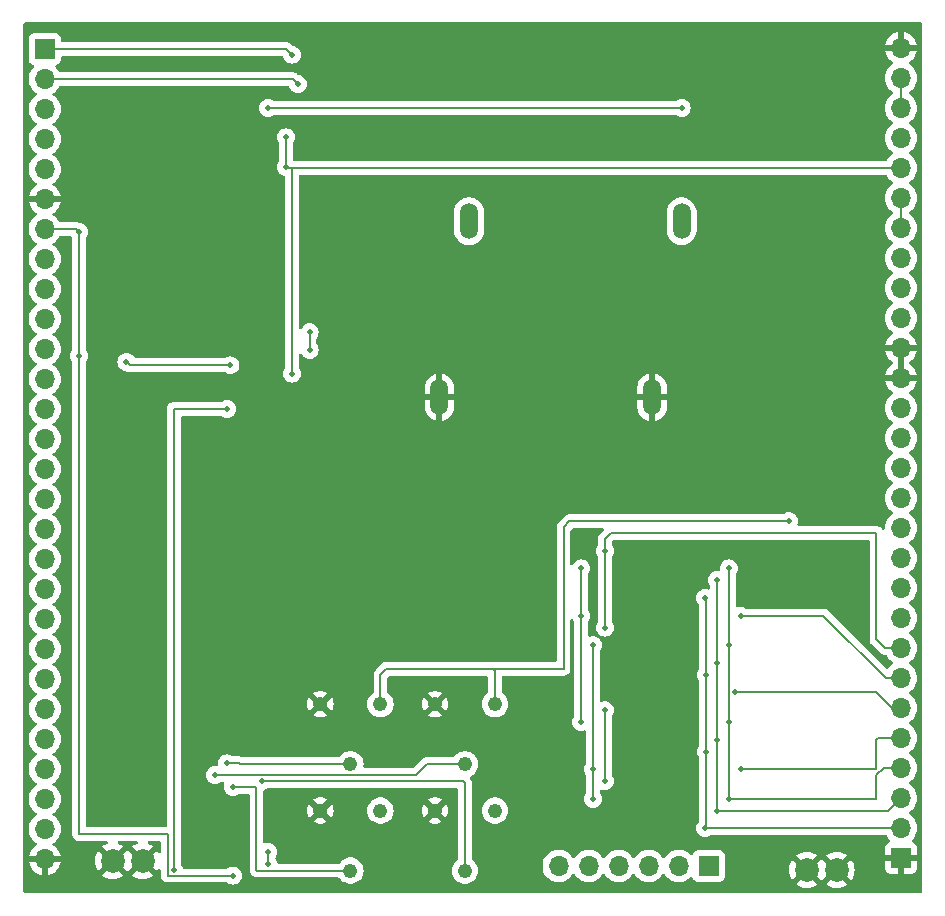
<source format=gbl>
%TF.GenerationSoftware,KiCad,Pcbnew,8.0.0*%
%TF.CreationDate,2024-04-16T18:42:12-05:00*%
%TF.ProjectId,BreakoutBoardPCB,42726561-6b6f-4757-9442-6f6172645043,rev?*%
%TF.SameCoordinates,Original*%
%TF.FileFunction,Copper,L2,Bot*%
%TF.FilePolarity,Positive*%
%FSLAX46Y46*%
G04 Gerber Fmt 4.6, Leading zero omitted, Abs format (unit mm)*
G04 Created by KiCad (PCBNEW 8.0.0) date 2024-04-16 18:42:12*
%MOMM*%
%LPD*%
G01*
G04 APERTURE LIST*
%TA.AperFunction,ComponentPad*%
%ADD10C,1.217000*%
%TD*%
%TA.AperFunction,ComponentPad*%
%ADD11O,1.508000X3.016000*%
%TD*%
%TA.AperFunction,ComponentPad*%
%ADD12C,2.000000*%
%TD*%
%TA.AperFunction,ComponentPad*%
%ADD13R,1.700000X1.700000*%
%TD*%
%TA.AperFunction,ComponentPad*%
%ADD14O,1.700000X1.700000*%
%TD*%
%TA.AperFunction,ViaPad*%
%ADD15C,0.500000*%
%TD*%
%TA.AperFunction,Conductor*%
%ADD16C,0.152400*%
%TD*%
G04 APERTURE END LIST*
D10*
X149197500Y-119000000D03*
X146657500Y-124080000D03*
X144117500Y-119000000D03*
X139500000Y-119000000D03*
X136960000Y-124080000D03*
X134420000Y-119000000D03*
X149197500Y-128000000D03*
X146657500Y-133080000D03*
X144117500Y-128000000D03*
X139500000Y-128000000D03*
X136960000Y-133080000D03*
X134420000Y-128000000D03*
D11*
X165000000Y-78100000D03*
X162500000Y-93000000D03*
X147000000Y-78100000D03*
X144500000Y-93000000D03*
D12*
X178132807Y-133020001D03*
X175592807Y-133020001D03*
D13*
X167287007Y-132689801D03*
D14*
X164747007Y-132689801D03*
X162207007Y-132689801D03*
X159667007Y-132689801D03*
X157127007Y-132689801D03*
X154587007Y-132689801D03*
D12*
X119357207Y-132258001D03*
X116817207Y-132258001D03*
D13*
X111076807Y-63525601D03*
D14*
X111076807Y-66065601D03*
X111076807Y-68605601D03*
X111076807Y-71145601D03*
X111076807Y-73685601D03*
X111076807Y-76225601D03*
X111076807Y-78765601D03*
X111076807Y-81305601D03*
X111076807Y-83845601D03*
X111076807Y-86385601D03*
X111076807Y-88925601D03*
X111076807Y-91465601D03*
X111076807Y-94005601D03*
X111076807Y-96545601D03*
X111076807Y-99085601D03*
X111076807Y-101625601D03*
X111076807Y-104165601D03*
X111076807Y-106705601D03*
X111076807Y-109245601D03*
X111076807Y-111785601D03*
X111076807Y-114325601D03*
X111076807Y-116865601D03*
X111076807Y-119405601D03*
X111076807Y-121945601D03*
X111076807Y-124485601D03*
X111076807Y-127025601D03*
X111076807Y-129565601D03*
X111076807Y-132105601D03*
D13*
X183568407Y-132004001D03*
D14*
X183568407Y-129464001D03*
X183568407Y-126924001D03*
X183568407Y-124384001D03*
X183568407Y-121844001D03*
X183568407Y-119304001D03*
X183568407Y-116764001D03*
X183568407Y-114224001D03*
X183568407Y-111684001D03*
X183568407Y-109144001D03*
X183568407Y-106604001D03*
X183568407Y-104064001D03*
X183568407Y-101524001D03*
X183568407Y-98984001D03*
X183568407Y-96444001D03*
X183568407Y-93904001D03*
X183568407Y-91364001D03*
X183568407Y-88824001D03*
X183568407Y-86284001D03*
X183568407Y-83744001D03*
X183568407Y-81204001D03*
X183568407Y-78664001D03*
X183568407Y-76124001D03*
X183568407Y-73584001D03*
X183568407Y-71044001D03*
X183568407Y-68504001D03*
X183568407Y-65964001D03*
X183568407Y-63424001D03*
D15*
X174100000Y-103500000D03*
X124500000Y-92000000D03*
X122411578Y-91911578D03*
X125157200Y-132000000D03*
X115000000Y-71000000D03*
X135500000Y-93000000D03*
X129500000Y-90000000D03*
X127500000Y-132000000D03*
X132500000Y-66500000D03*
X132000000Y-64000000D03*
X169000000Y-107500000D03*
X169000000Y-114000000D03*
X169000000Y-127000000D03*
X169000000Y-120500000D03*
X133500000Y-89000000D03*
X133500000Y-87500000D03*
X130000000Y-132500000D03*
X114000000Y-89500000D03*
X114000000Y-79000000D03*
X126800000Y-90300000D03*
X118000000Y-90000000D03*
X127000000Y-133500000D03*
X130000000Y-131500000D03*
X126500000Y-94000000D03*
X122000000Y-133000000D03*
X131500000Y-73500000D03*
X132000000Y-91000000D03*
X131500000Y-71000000D03*
X165000000Y-68500000D03*
X130000000Y-68500000D03*
X129500000Y-125500000D03*
X126500000Y-124000000D03*
X125500000Y-125000000D03*
X127000000Y-126000000D03*
X158500000Y-106000000D03*
X158500000Y-112500000D03*
X167035999Y-116500000D03*
X167035999Y-123000000D03*
X167000000Y-110000000D03*
X167000000Y-129500000D03*
X168000000Y-122000000D03*
X168000000Y-128000000D03*
X168000000Y-108500000D03*
X168000000Y-115500000D03*
X156500000Y-120500000D03*
X156500000Y-111500000D03*
X170000000Y-111500000D03*
X156500000Y-107500000D03*
X157500000Y-114000000D03*
X157500000Y-124500000D03*
X157500000Y-127000000D03*
X170000000Y-124500000D03*
X158500000Y-125500000D03*
X158500000Y-119500000D03*
X169500000Y-118000000D03*
D16*
X149000000Y-116000000D02*
X155000000Y-116000000D01*
X155000000Y-104000000D02*
X155500000Y-103500000D01*
X155000000Y-116000000D02*
X155000000Y-104000000D01*
X155500000Y-103500000D02*
X174100000Y-103500000D01*
X183568407Y-76124001D02*
X183568407Y-78664001D01*
X140000000Y-116000000D02*
X149000000Y-116000000D01*
X139500000Y-119000000D02*
X139500000Y-116500000D01*
X139500000Y-116500000D02*
X140000000Y-116000000D01*
X149000000Y-116000000D02*
X149197500Y-116197500D01*
X149197500Y-116197500D02*
X149197500Y-119000000D01*
X114725601Y-76225601D02*
X115000000Y-76500000D01*
X144500000Y-93000000D02*
X135500000Y-93000000D01*
X122500000Y-92000000D02*
X122411578Y-91911578D01*
X162500000Y-93000000D02*
X144500000Y-93000000D01*
X180500000Y-132000000D02*
X180504001Y-132004001D01*
X124500000Y-92000000D02*
X122500000Y-92000000D01*
X115000000Y-76500000D02*
X115000000Y-76000000D01*
X124500000Y-92000000D02*
X124500000Y-93000000D01*
X129500000Y-90000000D02*
X129500000Y-93000000D01*
X129500000Y-93000000D02*
X124500000Y-93000000D01*
X111076807Y-76225601D02*
X114725601Y-76225601D01*
X115000000Y-71000000D02*
X115000000Y-76000000D01*
X135500000Y-93000000D02*
X129500000Y-93000000D01*
X115000000Y-93000000D02*
X115000000Y-76500000D01*
X124500000Y-93000000D02*
X115000000Y-93000000D01*
X125157200Y-132000000D02*
X127500000Y-132000000D01*
X111076807Y-66065601D02*
X132065601Y-66065601D01*
X132065601Y-66065601D02*
X132500000Y-66500000D01*
X111076807Y-63525601D02*
X131525601Y-63525601D01*
X131525601Y-63525601D02*
X132000000Y-64000000D01*
X169000000Y-127000000D02*
X181500000Y-127000000D01*
X169000000Y-120500000D02*
X169000000Y-114000000D01*
X169000000Y-114000000D02*
X169000000Y-107500000D01*
X181500000Y-127000000D02*
X181500000Y-125000000D01*
X169000000Y-127000000D02*
X169000000Y-120500000D01*
X182115999Y-124384001D02*
X183568407Y-124384001D01*
X181500000Y-125000000D02*
X182115999Y-124384001D01*
X114000000Y-79000000D02*
X113765601Y-78765601D01*
X121500000Y-130000000D02*
X121500000Y-133500000D01*
X126800000Y-90300000D02*
X118300000Y-90300000D01*
X121500000Y-133500000D02*
X127000000Y-133500000D01*
X114000000Y-89500000D02*
X114000000Y-79000000D01*
X133500000Y-89000000D02*
X133500000Y-87500000D01*
X114000000Y-130000000D02*
X121500000Y-130000000D01*
X113765601Y-78765601D02*
X111076807Y-78765601D01*
X114000000Y-89500000D02*
X114000000Y-130000000D01*
X118300000Y-90300000D02*
X118000000Y-90000000D01*
X130000000Y-131500000D02*
X130000000Y-132500000D01*
X131500000Y-73500000D02*
X131584001Y-73584001D01*
X122000000Y-94000000D02*
X122500000Y-94000000D01*
X122500000Y-94000000D02*
X126500000Y-94000000D01*
X132000000Y-91000000D02*
X132000000Y-73584001D01*
X122000000Y-133000000D02*
X122000000Y-132000000D01*
X131584001Y-73584001D02*
X132000000Y-73584001D01*
X131500000Y-71000000D02*
X131500000Y-73500000D01*
X122000000Y-132000000D02*
X122000000Y-94000000D01*
X132000000Y-73584001D02*
X183568407Y-73584001D01*
X130000000Y-68500000D02*
X165000000Y-68500000D01*
X146500000Y-125500000D02*
X146657500Y-125657500D01*
X129500000Y-125500000D02*
X146500000Y-125500000D01*
X146657500Y-125657500D02*
X146657500Y-133080000D01*
X126500000Y-124000000D02*
X127500000Y-124000000D01*
X127500000Y-124000000D02*
X127580000Y-124080000D01*
X127580000Y-124080000D02*
X136960000Y-124080000D01*
X146657500Y-124080000D02*
X143420000Y-124080000D01*
X143420000Y-124080000D02*
X142500000Y-125000000D01*
X142500000Y-125000000D02*
X126823157Y-125000000D01*
X126823157Y-125000000D02*
X125500000Y-125000000D01*
X129000000Y-126000000D02*
X127000000Y-126000000D01*
X136960000Y-133080000D02*
X129080000Y-133080000D01*
X129080000Y-133080000D02*
X129000000Y-133000000D01*
X129000000Y-133000000D02*
X129000000Y-126000000D01*
X159000000Y-104500000D02*
X181500000Y-104500000D01*
X181500000Y-104500000D02*
X181500000Y-113500000D01*
X181500000Y-113500000D02*
X182224001Y-114224001D01*
X158500000Y-112500000D02*
X158500000Y-106000000D01*
X158500000Y-105000000D02*
X159000000Y-104500000D01*
X182224001Y-114224001D02*
X183568407Y-114224001D01*
X158500000Y-106000000D02*
X158500000Y-105000000D01*
X167035999Y-129464001D02*
X167035999Y-123000000D01*
X183568407Y-129464001D02*
X167035999Y-129464001D01*
X167035999Y-110035999D02*
X167000000Y-110000000D01*
X167035999Y-129464001D02*
X167000000Y-129500000D01*
X167035999Y-116500000D02*
X167035999Y-110035999D01*
X167035999Y-123000000D02*
X167035999Y-116500000D01*
X168000000Y-128000000D02*
X182492408Y-128000000D01*
X182492408Y-128000000D02*
X183568407Y-126924001D01*
X168000000Y-122000000D02*
X168000000Y-115500000D01*
X168000000Y-115500000D02*
X168000000Y-108500000D01*
X168000000Y-128000000D02*
X168000000Y-127500000D01*
X168000000Y-127500000D02*
X168000000Y-122000000D01*
X182264001Y-116764001D02*
X183568407Y-116764001D01*
X170000000Y-111500000D02*
X177000000Y-111500000D01*
X177000000Y-111500000D02*
X182264001Y-116764001D01*
X156500000Y-120500000D02*
X156500000Y-107500000D01*
X157500000Y-124500000D02*
X157500000Y-127000000D01*
X181655999Y-121844001D02*
X183568407Y-121844001D01*
X181500000Y-124500000D02*
X181500000Y-122000000D01*
X157500000Y-114000000D02*
X157500000Y-124500000D01*
X170000000Y-124500000D02*
X181500000Y-124500000D01*
X181500000Y-122000000D02*
X181655999Y-121844001D01*
X181500000Y-118000000D02*
X182804001Y-119304001D01*
X158500000Y-125000000D02*
X158500000Y-119500000D01*
X169500000Y-118000000D02*
X181500000Y-118000000D01*
X158500000Y-125500000D02*
X158500000Y-125000000D01*
X182804001Y-119304001D02*
X183568407Y-119304001D01*
X183568407Y-65964001D02*
X183568407Y-68504001D01*
%TA.AperFunction,Conductor*%
G36*
X118890996Y-130604702D02*
G01*
X118937489Y-130658358D01*
X118947593Y-130728632D01*
X118918099Y-130793212D01*
X118871093Y-130827109D01*
X118670473Y-130910207D01*
X118483315Y-131024898D01*
X118483315Y-131024899D01*
X119232259Y-131773843D01*
X119164214Y-131792076D01*
X119050200Y-131857902D01*
X118957108Y-131950994D01*
X118891282Y-132065008D01*
X118873049Y-132133053D01*
X118124104Y-131384108D01*
X118102018Y-131386723D01*
X118072400Y-131386723D01*
X118050308Y-131384108D01*
X117301364Y-132133052D01*
X117283132Y-132065008D01*
X117217306Y-131950994D01*
X117124214Y-131857902D01*
X117010200Y-131792076D01*
X116942153Y-131773842D01*
X117691097Y-131024898D01*
X117691097Y-131024897D01*
X117503945Y-130910209D01*
X117303321Y-130827109D01*
X117248040Y-130782561D01*
X117225619Y-130715198D01*
X117243177Y-130646406D01*
X117295139Y-130598028D01*
X117351539Y-130584700D01*
X118822875Y-130584700D01*
X118890996Y-130604702D01*
G37*
%TD.AperFunction*%
%TA.AperFunction,Conductor*%
G36*
X120857421Y-130604702D02*
G01*
X120903914Y-130658358D01*
X120915300Y-130710700D01*
X120915300Y-131467682D01*
X120895298Y-131535803D01*
X120841642Y-131582296D01*
X120771368Y-131592400D01*
X120706788Y-131562906D01*
X120681868Y-131533517D01*
X120590309Y-131384109D01*
X120590308Y-131384108D01*
X119841364Y-132133052D01*
X119823132Y-132065008D01*
X119757306Y-131950994D01*
X119664214Y-131857902D01*
X119550200Y-131792076D01*
X119482153Y-131773842D01*
X120231097Y-131024898D01*
X120231097Y-131024897D01*
X120043945Y-130910209D01*
X119843321Y-130827109D01*
X119788040Y-130782561D01*
X119765619Y-130715198D01*
X119783177Y-130646406D01*
X119835139Y-130598028D01*
X119891539Y-130584700D01*
X120789300Y-130584700D01*
X120857421Y-130604702D01*
G37*
%TD.AperFunction*%
%TA.AperFunction,Conductor*%
G36*
X183822407Y-90933298D02*
G01*
X183761400Y-90898076D01*
X183634233Y-90864001D01*
X183502581Y-90864001D01*
X183375414Y-90898076D01*
X183314407Y-90933298D01*
X183314407Y-89254703D01*
X183375414Y-89289926D01*
X183502581Y-89324001D01*
X183634233Y-89324001D01*
X183761400Y-89289926D01*
X183822407Y-89254703D01*
X183822407Y-90933298D01*
G37*
%TD.AperFunction*%
%TA.AperFunction,Conductor*%
G36*
X185313928Y-61290503D02*
G01*
X185360421Y-61344159D01*
X185371807Y-61396501D01*
X185371807Y-134875501D01*
X185351805Y-134943622D01*
X185298149Y-134990115D01*
X185245807Y-135001501D01*
X109399307Y-135001501D01*
X109331186Y-134981499D01*
X109284693Y-134927843D01*
X109273307Y-134875501D01*
X109273307Y-129565601D01*
X109713651Y-129565601D01*
X109722289Y-129669850D01*
X109732244Y-129789976D01*
X109787509Y-130008213D01*
X109787510Y-130008214D01*
X109787511Y-130008217D01*
X109866243Y-130187709D01*
X109877948Y-130214394D01*
X110001082Y-130402866D01*
X110001086Y-130402871D01*
X110153569Y-130568509D01*
X110183017Y-130591429D01*
X110331231Y-130706790D01*
X110365012Y-130725071D01*
X110415403Y-130775083D01*
X110430756Y-130844400D01*
X110406196Y-130911013D01*
X110365016Y-130946697D01*
X110331511Y-130964829D01*
X110331505Y-130964833D01*
X110153904Y-131103066D01*
X110001481Y-131268642D01*
X109878387Y-131457052D01*
X109787986Y-131663144D01*
X109787983Y-131663151D01*
X109740262Y-131851600D01*
X109740263Y-131851601D01*
X110646104Y-131851601D01*
X110610882Y-131912608D01*
X110576807Y-132039775D01*
X110576807Y-132171427D01*
X110610882Y-132298594D01*
X110646104Y-132359601D01*
X109740262Y-132359601D01*
X109787983Y-132548050D01*
X109787986Y-132548057D01*
X109878387Y-132754149D01*
X110001481Y-132942559D01*
X110153904Y-133108135D01*
X110331505Y-133246368D01*
X110331506Y-133246369D01*
X110529435Y-133353483D01*
X110529437Y-133353484D01*
X110742290Y-133426556D01*
X110742299Y-133426558D01*
X110822807Y-133439992D01*
X110822807Y-132536303D01*
X110883814Y-132571526D01*
X111010981Y-132605601D01*
X111142633Y-132605601D01*
X111269800Y-132571526D01*
X111330807Y-132536303D01*
X111330807Y-133439991D01*
X111411314Y-133426558D01*
X111411323Y-133426556D01*
X111624176Y-133353484D01*
X111624178Y-133353483D01*
X111822107Y-133246369D01*
X111822108Y-133246368D01*
X111999709Y-133108135D01*
X112152132Y-132942559D01*
X112275226Y-132754149D01*
X112365627Y-132548057D01*
X112365630Y-132548050D01*
X112413351Y-132359601D01*
X111507510Y-132359601D01*
X111542732Y-132298594D01*
X111576807Y-132171427D01*
X111576807Y-132039775D01*
X111542732Y-131912608D01*
X111507510Y-131851601D01*
X112413351Y-131851601D01*
X112413351Y-131851600D01*
X112365630Y-131663151D01*
X112365627Y-131663144D01*
X112275226Y-131457052D01*
X112152132Y-131268642D01*
X111999709Y-131103066D01*
X111822108Y-130964833D01*
X111822107Y-130964832D01*
X111788598Y-130946698D01*
X111738208Y-130896684D01*
X111722857Y-130827367D01*
X111747419Y-130760754D01*
X111788597Y-130725073D01*
X111822383Y-130706790D01*
X112000047Y-130568507D01*
X112152529Y-130402869D01*
X112275667Y-130214392D01*
X112366103Y-130008217D01*
X112421371Y-129789969D01*
X112439963Y-129565601D01*
X112421371Y-129341233D01*
X112366103Y-129122985D01*
X112275667Y-128916810D01*
X112261551Y-128895204D01*
X112152531Y-128728335D01*
X112152527Y-128728330D01*
X112000044Y-128562692D01*
X111918189Y-128498982D01*
X111822383Y-128424412D01*
X111789126Y-128406414D01*
X111738736Y-128356403D01*
X111723383Y-128287086D01*
X111747943Y-128220473D01*
X111789127Y-128184787D01*
X111822383Y-128166790D01*
X112000047Y-128028507D01*
X112152529Y-127862869D01*
X112275667Y-127674392D01*
X112366103Y-127468217D01*
X112421371Y-127249969D01*
X112439963Y-127025601D01*
X112421371Y-126801233D01*
X112369594Y-126596771D01*
X112366104Y-126582988D01*
X112366103Y-126582987D01*
X112366103Y-126582985D01*
X112275667Y-126376810D01*
X112248910Y-126335855D01*
X112152531Y-126188335D01*
X112152527Y-126188330D01*
X112000044Y-126022692D01*
X111918189Y-125958982D01*
X111822383Y-125884412D01*
X111789126Y-125866414D01*
X111738736Y-125816403D01*
X111723383Y-125747086D01*
X111747943Y-125680473D01*
X111789127Y-125644787D01*
X111822383Y-125626790D01*
X112000047Y-125488507D01*
X112152529Y-125322869D01*
X112275667Y-125134392D01*
X112366103Y-124928217D01*
X112421371Y-124709969D01*
X112439963Y-124485601D01*
X112421371Y-124261233D01*
X112375478Y-124080004D01*
X112366104Y-124042988D01*
X112366103Y-124042987D01*
X112366103Y-124042985D01*
X112275667Y-123836810D01*
X112242923Y-123786692D01*
X112152531Y-123648335D01*
X112152527Y-123648330D01*
X112000044Y-123482692D01*
X111888646Y-123395987D01*
X111822383Y-123344412D01*
X111789126Y-123326414D01*
X111738736Y-123276403D01*
X111723383Y-123207086D01*
X111747943Y-123140473D01*
X111789127Y-123104787D01*
X111822383Y-123086790D01*
X112000047Y-122948507D01*
X112152529Y-122782869D01*
X112275667Y-122594392D01*
X112366103Y-122388217D01*
X112421371Y-122169969D01*
X112439963Y-121945601D01*
X112421371Y-121721233D01*
X112421369Y-121721225D01*
X112366104Y-121502988D01*
X112366103Y-121502987D01*
X112366103Y-121502985D01*
X112275667Y-121296810D01*
X112244167Y-121248595D01*
X112152531Y-121108335D01*
X112152527Y-121108330D01*
X112000044Y-120942692D01*
X111918189Y-120878982D01*
X111822383Y-120804412D01*
X111789126Y-120786414D01*
X111738736Y-120736403D01*
X111723383Y-120667086D01*
X111747943Y-120600473D01*
X111789127Y-120564787D01*
X111822383Y-120546790D01*
X112000047Y-120408507D01*
X112152529Y-120242869D01*
X112275667Y-120054392D01*
X112366103Y-119848217D01*
X112421371Y-119629969D01*
X112439963Y-119405601D01*
X112421371Y-119181233D01*
X112375477Y-119000001D01*
X112366104Y-118962988D01*
X112366103Y-118962987D01*
X112366103Y-118962985D01*
X112275667Y-118756810D01*
X112248959Y-118715930D01*
X112152531Y-118568335D01*
X112152527Y-118568330D01*
X112000044Y-118402692D01*
X111881006Y-118310041D01*
X111822383Y-118264412D01*
X111789126Y-118246414D01*
X111738736Y-118196403D01*
X111723383Y-118127086D01*
X111747943Y-118060473D01*
X111789127Y-118024787D01*
X111822383Y-118006790D01*
X112000047Y-117868507D01*
X112152529Y-117702869D01*
X112275667Y-117514392D01*
X112366103Y-117308217D01*
X112421371Y-117089969D01*
X112439963Y-116865601D01*
X112421371Y-116641233D01*
X112385606Y-116500000D01*
X112366104Y-116422988D01*
X112366103Y-116422987D01*
X112366103Y-116422985D01*
X112275667Y-116216810D01*
X112226129Y-116140986D01*
X112152531Y-116028335D01*
X112152527Y-116028330D01*
X112000044Y-115862692D01*
X111918189Y-115798982D01*
X111822383Y-115724412D01*
X111789126Y-115706414D01*
X111738736Y-115656403D01*
X111723383Y-115587086D01*
X111747943Y-115520473D01*
X111789127Y-115484787D01*
X111822383Y-115466790D01*
X112000047Y-115328507D01*
X112152529Y-115162869D01*
X112275667Y-114974392D01*
X112366103Y-114768217D01*
X112421371Y-114549969D01*
X112439963Y-114325601D01*
X112421371Y-114101233D01*
X112366103Y-113882985D01*
X112275667Y-113676810D01*
X112210442Y-113576975D01*
X112152531Y-113488335D01*
X112152527Y-113488330D01*
X112000044Y-113322692D01*
X111884041Y-113232403D01*
X111822383Y-113184412D01*
X111789126Y-113166414D01*
X111738736Y-113116403D01*
X111723383Y-113047086D01*
X111747943Y-112980473D01*
X111789127Y-112944787D01*
X111822383Y-112926790D01*
X112000047Y-112788507D01*
X112152529Y-112622869D01*
X112275667Y-112434392D01*
X112366103Y-112228217D01*
X112421371Y-112009969D01*
X112439963Y-111785601D01*
X112421371Y-111561233D01*
X112366103Y-111342985D01*
X112275667Y-111136810D01*
X112240952Y-111083674D01*
X112152531Y-110948335D01*
X112152527Y-110948330D01*
X112027291Y-110812290D01*
X112000047Y-110782695D01*
X112000046Y-110782694D01*
X112000044Y-110782692D01*
X111918189Y-110718982D01*
X111822383Y-110644412D01*
X111789126Y-110626414D01*
X111738736Y-110576403D01*
X111723383Y-110507086D01*
X111747943Y-110440473D01*
X111789127Y-110404787D01*
X111822383Y-110386790D01*
X112000047Y-110248507D01*
X112152529Y-110082869D01*
X112275667Y-109894392D01*
X112366103Y-109688217D01*
X112421371Y-109469969D01*
X112439963Y-109245601D01*
X112421371Y-109021233D01*
X112373244Y-108831183D01*
X112366104Y-108802988D01*
X112366103Y-108802987D01*
X112366103Y-108802985D01*
X112275667Y-108596810D01*
X112212418Y-108500000D01*
X112152531Y-108408335D01*
X112152527Y-108408330D01*
X112000044Y-108242692D01*
X111918189Y-108178982D01*
X111822383Y-108104412D01*
X111789126Y-108086414D01*
X111738736Y-108036403D01*
X111723383Y-107967086D01*
X111747943Y-107900473D01*
X111789127Y-107864787D01*
X111822383Y-107846790D01*
X112000047Y-107708507D01*
X112152529Y-107542869D01*
X112275667Y-107354392D01*
X112366103Y-107148217D01*
X112421371Y-106929969D01*
X112439963Y-106705601D01*
X112421371Y-106481233D01*
X112366103Y-106262985D01*
X112275667Y-106056810D01*
X112238551Y-106000000D01*
X112152531Y-105868335D01*
X112152527Y-105868330D01*
X112000044Y-105702692D01*
X111918189Y-105638982D01*
X111822383Y-105564412D01*
X111789126Y-105546414D01*
X111738736Y-105496403D01*
X111723383Y-105427086D01*
X111747943Y-105360473D01*
X111789127Y-105324787D01*
X111822383Y-105306790D01*
X112000047Y-105168507D01*
X112152529Y-105002869D01*
X112275667Y-104814392D01*
X112366103Y-104608217D01*
X112421371Y-104389969D01*
X112439963Y-104165601D01*
X112421371Y-103941233D01*
X112366103Y-103722985D01*
X112275667Y-103516810D01*
X112268947Y-103506525D01*
X112152531Y-103328335D01*
X112152527Y-103328330D01*
X112000044Y-103162692D01*
X111918189Y-103098982D01*
X111822383Y-103024412D01*
X111821782Y-103024087D01*
X111789127Y-103006415D01*
X111738736Y-102956403D01*
X111723383Y-102887086D01*
X111747943Y-102820473D01*
X111789127Y-102784787D01*
X111822383Y-102766790D01*
X112000047Y-102628507D01*
X112152529Y-102462869D01*
X112275667Y-102274392D01*
X112366103Y-102068217D01*
X112421371Y-101849969D01*
X112439963Y-101625601D01*
X112421371Y-101401233D01*
X112366103Y-101182985D01*
X112275667Y-100976810D01*
X112268947Y-100966525D01*
X112152531Y-100788335D01*
X112152527Y-100788330D01*
X112000044Y-100622692D01*
X111918189Y-100558982D01*
X111822383Y-100484412D01*
X111789126Y-100466414D01*
X111738736Y-100416403D01*
X111723383Y-100347086D01*
X111747943Y-100280473D01*
X111789127Y-100244787D01*
X111822383Y-100226790D01*
X112000047Y-100088507D01*
X112152529Y-99922869D01*
X112275667Y-99734392D01*
X112366103Y-99528217D01*
X112421371Y-99309969D01*
X112439963Y-99085601D01*
X112421371Y-98861233D01*
X112366103Y-98642985D01*
X112275667Y-98436810D01*
X112268947Y-98426525D01*
X112152531Y-98248335D01*
X112152527Y-98248330D01*
X112000044Y-98082692D01*
X111918189Y-98018982D01*
X111822383Y-97944412D01*
X111789126Y-97926414D01*
X111738736Y-97876403D01*
X111723383Y-97807086D01*
X111747943Y-97740473D01*
X111789127Y-97704787D01*
X111822383Y-97686790D01*
X112000047Y-97548507D01*
X112152529Y-97382869D01*
X112275667Y-97194392D01*
X112366103Y-96988217D01*
X112421371Y-96769969D01*
X112439963Y-96545601D01*
X112421371Y-96321233D01*
X112366103Y-96102985D01*
X112275667Y-95896810D01*
X112268947Y-95886525D01*
X112152531Y-95708335D01*
X112152527Y-95708330D01*
X112000044Y-95542692D01*
X111918189Y-95478982D01*
X111822383Y-95404412D01*
X111789126Y-95386414D01*
X111738736Y-95336403D01*
X111723383Y-95267086D01*
X111747943Y-95200473D01*
X111789127Y-95164787D01*
X111822383Y-95146790D01*
X112000047Y-95008507D01*
X112152529Y-94842869D01*
X112275667Y-94654392D01*
X112366103Y-94448217D01*
X112421371Y-94229969D01*
X112439963Y-94005601D01*
X112421371Y-93781233D01*
X112366103Y-93562985D01*
X112275667Y-93356810D01*
X112209698Y-93255837D01*
X112152531Y-93168335D01*
X112152527Y-93168330D01*
X112000044Y-93002692D01*
X111918189Y-92938982D01*
X111822383Y-92864412D01*
X111789126Y-92846414D01*
X111738736Y-92796403D01*
X111723383Y-92727086D01*
X111747943Y-92660473D01*
X111789127Y-92624787D01*
X111822383Y-92606790D01*
X112000047Y-92468507D01*
X112152529Y-92302869D01*
X112275667Y-92114392D01*
X112366103Y-91908217D01*
X112421371Y-91689969D01*
X112439963Y-91465601D01*
X112421371Y-91241233D01*
X112402482Y-91166643D01*
X112366104Y-91022988D01*
X112366103Y-91022987D01*
X112366103Y-91022985D01*
X112275667Y-90816810D01*
X112232661Y-90750984D01*
X112152531Y-90628335D01*
X112152527Y-90628330D01*
X112006632Y-90469848D01*
X112000047Y-90462695D01*
X112000046Y-90462694D01*
X112000044Y-90462692D01*
X111869989Y-90361466D01*
X111822383Y-90324412D01*
X111789126Y-90306414D01*
X111738736Y-90256403D01*
X111723383Y-90187086D01*
X111747943Y-90120473D01*
X111789127Y-90084787D01*
X111822383Y-90066790D01*
X112000047Y-89928507D01*
X112152529Y-89762869D01*
X112275667Y-89574392D01*
X112366103Y-89368217D01*
X112421371Y-89149969D01*
X112439963Y-88925601D01*
X112421371Y-88701233D01*
X112394132Y-88593669D01*
X112366104Y-88482988D01*
X112366103Y-88482987D01*
X112366103Y-88482985D01*
X112275667Y-88276810D01*
X112209447Y-88175452D01*
X112152531Y-88088335D01*
X112152527Y-88088330D01*
X112000044Y-87922692D01*
X111892893Y-87839293D01*
X111822383Y-87784412D01*
X111789126Y-87766414D01*
X111738736Y-87716403D01*
X111723383Y-87647086D01*
X111747943Y-87580473D01*
X111789127Y-87544787D01*
X111822383Y-87526790D01*
X112000047Y-87388507D01*
X112152529Y-87222869D01*
X112275667Y-87034392D01*
X112366103Y-86828217D01*
X112421371Y-86609969D01*
X112439963Y-86385601D01*
X112421371Y-86161233D01*
X112366103Y-85942985D01*
X112275667Y-85736810D01*
X112268947Y-85726525D01*
X112152531Y-85548335D01*
X112152527Y-85548330D01*
X112000044Y-85382692D01*
X111918189Y-85318982D01*
X111822383Y-85244412D01*
X111789126Y-85226414D01*
X111738736Y-85176403D01*
X111723383Y-85107086D01*
X111747943Y-85040473D01*
X111789127Y-85004787D01*
X111822383Y-84986790D01*
X112000047Y-84848507D01*
X112152529Y-84682869D01*
X112275667Y-84494392D01*
X112366103Y-84288217D01*
X112421371Y-84069969D01*
X112439963Y-83845601D01*
X112421371Y-83621233D01*
X112366103Y-83402985D01*
X112275667Y-83196810D01*
X112268947Y-83186525D01*
X112152531Y-83008335D01*
X112152527Y-83008330D01*
X112000044Y-82842692D01*
X111918189Y-82778982D01*
X111822383Y-82704412D01*
X111789126Y-82686414D01*
X111738736Y-82636403D01*
X111723383Y-82567086D01*
X111747943Y-82500473D01*
X111789127Y-82464787D01*
X111822383Y-82446790D01*
X112000047Y-82308507D01*
X112152529Y-82142869D01*
X112275667Y-81954392D01*
X112366103Y-81748217D01*
X112421371Y-81529969D01*
X112439963Y-81305601D01*
X112421371Y-81081233D01*
X112366103Y-80862985D01*
X112275667Y-80656810D01*
X112268947Y-80646525D01*
X112152531Y-80468335D01*
X112152527Y-80468330D01*
X112000044Y-80302692D01*
X111918189Y-80238982D01*
X111822383Y-80164412D01*
X111789126Y-80146414D01*
X111738736Y-80096403D01*
X111723383Y-80027086D01*
X111747943Y-79960473D01*
X111789127Y-79924787D01*
X111822383Y-79906790D01*
X112000047Y-79768507D01*
X112152529Y-79602869D01*
X112218908Y-79501269D01*
X112278517Y-79410030D01*
X112279944Y-79410962D01*
X112324635Y-79365939D01*
X112385431Y-79350301D01*
X113254666Y-79350301D01*
X113322787Y-79370303D01*
X113361353Y-79409264D01*
X113395987Y-79464383D01*
X113415300Y-79531420D01*
X113415300Y-88968580D01*
X113395987Y-89035617D01*
X113312290Y-89168817D01*
X113255837Y-89330151D01*
X113236701Y-89500000D01*
X113255837Y-89669848D01*
X113312290Y-89831182D01*
X113312291Y-89831183D01*
X113395987Y-89964384D01*
X113415300Y-90031419D01*
X113415300Y-130076975D01*
X113415299Y-130076975D01*
X113455147Y-130225686D01*
X113532121Y-130359010D01*
X113532129Y-130359020D01*
X113640979Y-130467870D01*
X113640984Y-130467874D01*
X113640986Y-130467876D01*
X113774314Y-130544853D01*
X113923023Y-130584700D01*
X114076977Y-130584700D01*
X116282875Y-130584700D01*
X116350996Y-130604702D01*
X116397489Y-130658358D01*
X116407593Y-130728632D01*
X116378099Y-130793212D01*
X116331093Y-130827109D01*
X116130473Y-130910207D01*
X115943315Y-131024898D01*
X115943315Y-131024899D01*
X116692259Y-131773843D01*
X116624214Y-131792076D01*
X116510200Y-131857902D01*
X116417108Y-131950994D01*
X116351282Y-132065008D01*
X116333049Y-132133053D01*
X115584105Y-131384109D01*
X115584104Y-131384109D01*
X115469413Y-131571267D01*
X115378578Y-131790563D01*
X115323167Y-132021368D01*
X115304544Y-132258001D01*
X115323167Y-132494633D01*
X115378578Y-132725438D01*
X115469415Y-132944739D01*
X115584103Y-133131891D01*
X115584104Y-133131891D01*
X116333048Y-132382947D01*
X116351282Y-132450994D01*
X116417108Y-132565008D01*
X116510200Y-132658100D01*
X116624214Y-132723926D01*
X116692258Y-132742158D01*
X115943314Y-133491102D01*
X115943315Y-133491103D01*
X116130468Y-133605792D01*
X116349769Y-133696629D01*
X116580574Y-133752040D01*
X116817207Y-133770663D01*
X117053839Y-133752040D01*
X117284644Y-133696629D01*
X117503945Y-133605792D01*
X117691097Y-133491103D01*
X117691098Y-133491103D01*
X116942154Y-132742159D01*
X117010200Y-132723926D01*
X117124214Y-132658100D01*
X117217306Y-132565008D01*
X117283132Y-132450994D01*
X117301365Y-132382948D01*
X118050308Y-133131891D01*
X118072399Y-133129277D01*
X118102020Y-133129278D01*
X118124104Y-133131892D01*
X118873048Y-132382947D01*
X118891282Y-132450994D01*
X118957108Y-132565008D01*
X119050200Y-132658100D01*
X119164214Y-132723926D01*
X119232258Y-132742158D01*
X118483314Y-133491102D01*
X118483315Y-133491103D01*
X118670468Y-133605792D01*
X118889769Y-133696629D01*
X119120574Y-133752040D01*
X119357207Y-133770663D01*
X119593839Y-133752040D01*
X119824644Y-133696629D01*
X120043945Y-133605792D01*
X120231097Y-133491103D01*
X120231098Y-133491103D01*
X119482154Y-132742159D01*
X119550200Y-132723926D01*
X119664214Y-132658100D01*
X119757306Y-132565008D01*
X119823132Y-132450994D01*
X119841365Y-132382948D01*
X120590309Y-133131892D01*
X120590309Y-133131891D01*
X120681868Y-132982484D01*
X120734515Y-132934853D01*
X120804557Y-132923246D01*
X120869754Y-132951349D01*
X120909408Y-133010240D01*
X120915300Y-133048319D01*
X120915300Y-133576975D01*
X120915299Y-133576975D01*
X120955147Y-133725686D01*
X121032121Y-133859010D01*
X121032129Y-133859020D01*
X121140979Y-133967870D01*
X121140984Y-133967874D01*
X121140986Y-133967876D01*
X121140987Y-133967877D01*
X121140989Y-133967878D01*
X121180501Y-133990690D01*
X121274314Y-134044853D01*
X121423023Y-134084700D01*
X126468580Y-134084700D01*
X126535616Y-134104012D01*
X126668817Y-134187709D01*
X126830150Y-134244162D01*
X126830149Y-134244162D01*
X126847348Y-134246099D01*
X127000000Y-134263299D01*
X127169850Y-134244162D01*
X127331183Y-134187709D01*
X127475909Y-134096771D01*
X127596771Y-133975909D01*
X127687709Y-133831183D01*
X127744162Y-133669850D01*
X127763299Y-133500000D01*
X127744162Y-133330150D01*
X127687709Y-133168817D01*
X127596771Y-133024091D01*
X127596769Y-133024089D01*
X127596768Y-133024087D01*
X127475912Y-132903231D01*
X127464383Y-132895987D01*
X127360823Y-132830915D01*
X127331182Y-132812290D01*
X127231270Y-132777330D01*
X127169850Y-132755838D01*
X127169848Y-132755837D01*
X127169850Y-132755837D01*
X127000000Y-132736701D01*
X126830151Y-132755837D01*
X126668817Y-132812290D01*
X126622105Y-132841642D01*
X126535616Y-132895987D01*
X126468580Y-132915300D01*
X122863359Y-132915300D01*
X122795238Y-132895298D01*
X122748745Y-132841642D01*
X122744430Y-132830915D01*
X122687709Y-132668817D01*
X122656973Y-132619902D01*
X122604012Y-132535616D01*
X122584700Y-132468580D01*
X122584700Y-125000000D01*
X124736701Y-125000000D01*
X124755837Y-125169848D01*
X124812290Y-125331182D01*
X124903231Y-125475912D01*
X125024087Y-125596768D01*
X125024089Y-125596769D01*
X125024091Y-125596771D01*
X125168817Y-125687709D01*
X125330150Y-125744162D01*
X125330149Y-125744162D01*
X125347348Y-125746099D01*
X125500000Y-125763299D01*
X125669850Y-125744162D01*
X125831183Y-125687709D01*
X125964383Y-125604012D01*
X126031420Y-125584700D01*
X126164145Y-125584700D01*
X126232266Y-125604702D01*
X126278759Y-125658358D01*
X126288863Y-125728632D01*
X126283075Y-125752309D01*
X126260648Y-125816403D01*
X126255837Y-125830153D01*
X126236701Y-126000000D01*
X126255837Y-126169848D01*
X126312290Y-126331182D01*
X126403231Y-126475912D01*
X126524087Y-126596768D01*
X126524089Y-126596769D01*
X126524091Y-126596771D01*
X126668817Y-126687709D01*
X126830150Y-126744162D01*
X126830149Y-126744162D01*
X126847348Y-126746099D01*
X127000000Y-126763299D01*
X127169850Y-126744162D01*
X127331183Y-126687709D01*
X127464383Y-126604012D01*
X127531420Y-126584700D01*
X128289300Y-126584700D01*
X128357421Y-126604702D01*
X128403914Y-126658358D01*
X128415300Y-126710700D01*
X128415300Y-133076975D01*
X128415299Y-133076975D01*
X128455147Y-133225686D01*
X128501335Y-133305686D01*
X128532121Y-133359010D01*
X128532123Y-133359013D01*
X128532124Y-133359014D01*
X128612124Y-133439014D01*
X128720986Y-133547876D01*
X128854314Y-133624853D01*
X129003023Y-133664700D01*
X135939085Y-133664700D01*
X136007206Y-133684702D01*
X136039635Y-133714768D01*
X136130987Y-133835738D01*
X136283972Y-133975203D01*
X136342179Y-134011243D01*
X136459977Y-134084181D01*
X136653009Y-134158962D01*
X136856495Y-134197000D01*
X136856497Y-134197000D01*
X137063503Y-134197000D01*
X137063505Y-134197000D01*
X137266991Y-134158962D01*
X137460023Y-134084181D01*
X137636026Y-133975204D01*
X137789009Y-133835742D01*
X137913761Y-133670544D01*
X138006033Y-133485235D01*
X138062684Y-133286127D01*
X138076928Y-133132413D01*
X138081785Y-133080004D01*
X138081785Y-133079995D01*
X138065346Y-132902598D01*
X138062684Y-132873873D01*
X138006033Y-132674765D01*
X137913761Y-132489456D01*
X137849303Y-132404100D01*
X137789012Y-132324261D01*
X137636027Y-132184796D01*
X137460028Y-132075822D01*
X137460027Y-132075821D01*
X137460023Y-132075819D01*
X137319469Y-132021368D01*
X137266994Y-132001039D01*
X137266993Y-132001038D01*
X137266991Y-132001038D01*
X137063505Y-131963000D01*
X136856495Y-131963000D01*
X136653009Y-132001038D01*
X136653007Y-132001038D01*
X136653005Y-132001039D01*
X136459981Y-132075817D01*
X136459971Y-132075822D01*
X136283972Y-132184796D01*
X136130987Y-132324261D01*
X136039635Y-132445232D01*
X135982621Y-132487540D01*
X135939085Y-132495300D01*
X130875371Y-132495300D01*
X130807250Y-132475298D01*
X130760757Y-132421642D01*
X130750163Y-132383408D01*
X130744162Y-132330151D01*
X130718915Y-132258000D01*
X130687709Y-132168817D01*
X130623754Y-132067034D01*
X130604449Y-131998716D01*
X130623754Y-131932965D01*
X130687709Y-131831183D01*
X130744162Y-131669850D01*
X130763299Y-131500000D01*
X130744162Y-131330150D01*
X130687709Y-131168817D01*
X130596771Y-131024091D01*
X130596769Y-131024089D01*
X130596768Y-131024087D01*
X130475912Y-130903231D01*
X130331182Y-130812290D01*
X130224849Y-130775083D01*
X130169850Y-130755838D01*
X130169848Y-130755837D01*
X130169850Y-130755837D01*
X130000000Y-130736701D01*
X129830154Y-130755837D01*
X129830151Y-130755837D01*
X129830150Y-130755838D01*
X129775151Y-130775083D01*
X129752314Y-130783074D01*
X129681410Y-130786692D01*
X129619805Y-130751403D01*
X129587059Y-130688409D01*
X129584700Y-130664144D01*
X129584700Y-128948388D01*
X133830820Y-128948388D01*
X133920202Y-129003731D01*
X133920209Y-129003734D01*
X134113141Y-129078477D01*
X134113140Y-129078477D01*
X134316543Y-129116500D01*
X134523457Y-129116500D01*
X134726859Y-129078477D01*
X134919793Y-129003733D01*
X134919802Y-129003728D01*
X135009179Y-128948388D01*
X134420001Y-128359210D01*
X134420000Y-128359210D01*
X133830820Y-128948388D01*
X129584700Y-128948388D01*
X129584700Y-128000000D01*
X133298717Y-128000000D01*
X133317809Y-128206038D01*
X133374432Y-128405048D01*
X133466670Y-128590285D01*
X133468318Y-128592468D01*
X133468320Y-128592468D01*
X134014052Y-128046737D01*
X134065000Y-128046737D01*
X134089193Y-128137025D01*
X134135930Y-128217975D01*
X134202025Y-128284070D01*
X134282975Y-128330807D01*
X134373263Y-128355000D01*
X134466737Y-128355000D01*
X134557025Y-128330807D01*
X134637975Y-128284070D01*
X134704070Y-128217975D01*
X134750807Y-128137025D01*
X134775000Y-128046737D01*
X134775000Y-128000001D01*
X134779210Y-128000001D01*
X135371678Y-128592469D01*
X135371678Y-128592468D01*
X135373332Y-128590281D01*
X135465567Y-128405048D01*
X135522190Y-128206038D01*
X135541282Y-128000004D01*
X138378215Y-128000004D01*
X138397315Y-128206122D01*
X138397315Y-128206126D01*
X138453964Y-128405226D01*
X138453967Y-128405235D01*
X138546239Y-128590544D01*
X138546240Y-128590545D01*
X138546241Y-128590547D01*
X138670987Y-128755738D01*
X138823972Y-128895203D01*
X138870206Y-128923830D01*
X138999977Y-129004181D01*
X139193009Y-129078962D01*
X139396495Y-129117000D01*
X139396497Y-129117000D01*
X139603503Y-129117000D01*
X139603505Y-129117000D01*
X139806991Y-129078962D01*
X140000023Y-129004181D01*
X140090131Y-128948388D01*
X143528320Y-128948388D01*
X143617702Y-129003731D01*
X143617709Y-129003734D01*
X143810641Y-129078477D01*
X143810640Y-129078477D01*
X144014043Y-129116500D01*
X144220957Y-129116500D01*
X144424359Y-129078477D01*
X144617293Y-129003733D01*
X144617302Y-129003728D01*
X144706679Y-128948388D01*
X144117501Y-128359210D01*
X144117500Y-128359210D01*
X143528320Y-128948388D01*
X140090131Y-128948388D01*
X140176026Y-128895204D01*
X140329009Y-128755742D01*
X140453761Y-128590544D01*
X140546033Y-128405235D01*
X140602684Y-128206127D01*
X140619143Y-128028509D01*
X140621785Y-128000004D01*
X140621785Y-128000000D01*
X142996217Y-128000000D01*
X143015309Y-128206038D01*
X143071932Y-128405048D01*
X143164170Y-128590285D01*
X143165818Y-128592468D01*
X143165820Y-128592468D01*
X143711552Y-128046737D01*
X143762500Y-128046737D01*
X143786693Y-128137025D01*
X143833430Y-128217975D01*
X143899525Y-128284070D01*
X143980475Y-128330807D01*
X144070763Y-128355000D01*
X144164237Y-128355000D01*
X144254525Y-128330807D01*
X144335475Y-128284070D01*
X144401570Y-128217975D01*
X144448307Y-128137025D01*
X144472500Y-128046737D01*
X144472500Y-128000001D01*
X144476710Y-128000001D01*
X145069178Y-128592469D01*
X145069178Y-128592468D01*
X145070832Y-128590281D01*
X145163067Y-128405048D01*
X145219690Y-128206038D01*
X145238782Y-128000000D01*
X145219690Y-127793961D01*
X145163067Y-127594951D01*
X145070832Y-127409718D01*
X145069178Y-127407530D01*
X144476710Y-127999999D01*
X144476710Y-128000001D01*
X144472500Y-128000001D01*
X144472500Y-127953263D01*
X144448307Y-127862975D01*
X144401570Y-127782025D01*
X144335475Y-127715930D01*
X144254525Y-127669193D01*
X144164237Y-127645000D01*
X144070763Y-127645000D01*
X143980475Y-127669193D01*
X143899525Y-127715930D01*
X143833430Y-127782025D01*
X143786693Y-127862975D01*
X143762500Y-127953263D01*
X143762500Y-128046737D01*
X143711552Y-128046737D01*
X143758290Y-127999999D01*
X143165821Y-127407530D01*
X143165820Y-127407530D01*
X143164167Y-127409720D01*
X143071932Y-127594951D01*
X143015309Y-127793961D01*
X142996217Y-128000000D01*
X140621785Y-128000000D01*
X140621785Y-127999995D01*
X140602684Y-127793877D01*
X140602684Y-127793873D01*
X140593407Y-127761269D01*
X140546033Y-127594765D01*
X140453761Y-127409456D01*
X140431798Y-127380372D01*
X140329012Y-127244261D01*
X140176027Y-127104796D01*
X140090129Y-127051610D01*
X143528319Y-127051610D01*
X144117499Y-127640790D01*
X144117500Y-127640790D01*
X144706678Y-127051610D01*
X144617297Y-126996268D01*
X144617290Y-126996265D01*
X144424358Y-126921522D01*
X144424359Y-126921522D01*
X144220957Y-126883500D01*
X144014043Y-126883500D01*
X143810640Y-126921522D01*
X143617707Y-126996266D01*
X143617695Y-126996272D01*
X143528319Y-127051610D01*
X140090129Y-127051610D01*
X140000028Y-126995822D01*
X140000027Y-126995821D01*
X140000023Y-126995819D01*
X140000018Y-126995817D01*
X139806994Y-126921039D01*
X139806993Y-126921038D01*
X139806991Y-126921038D01*
X139603505Y-126883000D01*
X139396495Y-126883000D01*
X139193009Y-126921038D01*
X139193007Y-126921038D01*
X139193005Y-126921039D01*
X138999981Y-126995817D01*
X138999971Y-126995822D01*
X138823972Y-127104796D01*
X138670987Y-127244261D01*
X138546241Y-127409452D01*
X138453967Y-127594765D01*
X138453964Y-127594773D01*
X138397315Y-127793873D01*
X138397315Y-127793877D01*
X138378215Y-127999995D01*
X138378215Y-128000004D01*
X135541282Y-128000004D01*
X135541282Y-128000000D01*
X135522190Y-127793961D01*
X135465567Y-127594951D01*
X135373332Y-127409718D01*
X135371678Y-127407530D01*
X134779210Y-127999999D01*
X134779210Y-128000001D01*
X134775000Y-128000001D01*
X134775000Y-127953263D01*
X134750807Y-127862975D01*
X134704070Y-127782025D01*
X134637975Y-127715930D01*
X134557025Y-127669193D01*
X134466737Y-127645000D01*
X134373263Y-127645000D01*
X134282975Y-127669193D01*
X134202025Y-127715930D01*
X134135930Y-127782025D01*
X134089193Y-127862975D01*
X134065000Y-127953263D01*
X134065000Y-128046737D01*
X134014052Y-128046737D01*
X134060790Y-127999999D01*
X133468321Y-127407530D01*
X133468320Y-127407530D01*
X133466667Y-127409720D01*
X133374432Y-127594951D01*
X133317809Y-127793961D01*
X133298717Y-128000000D01*
X129584700Y-128000000D01*
X129584700Y-127051610D01*
X133830819Y-127051610D01*
X134419999Y-127640790D01*
X134420000Y-127640790D01*
X135009178Y-127051610D01*
X134919797Y-126996268D01*
X134919790Y-126996265D01*
X134726858Y-126921522D01*
X134726859Y-126921522D01*
X134523457Y-126883500D01*
X134316543Y-126883500D01*
X134113140Y-126921522D01*
X133920207Y-126996266D01*
X133920195Y-126996272D01*
X133830819Y-127051610D01*
X129584700Y-127051610D01*
X129584700Y-126363358D01*
X129604702Y-126295237D01*
X129658358Y-126248744D01*
X129669085Y-126244429D01*
X129669847Y-126244162D01*
X129669850Y-126244162D01*
X129831183Y-126187709D01*
X129964383Y-126104012D01*
X130031420Y-126084700D01*
X145946800Y-126084700D01*
X146014921Y-126104702D01*
X146061414Y-126158358D01*
X146072800Y-126210700D01*
X146072800Y-132058067D01*
X146052798Y-132126188D01*
X146013132Y-132165193D01*
X145981474Y-132184794D01*
X145981474Y-132184795D01*
X145828487Y-132324261D01*
X145703741Y-132489452D01*
X145611467Y-132674765D01*
X145611464Y-132674773D01*
X145554815Y-132873873D01*
X145554815Y-132873877D01*
X145535715Y-133079995D01*
X145535715Y-133080004D01*
X145554815Y-133286122D01*
X145554815Y-133286126D01*
X145598594Y-133439992D01*
X145611467Y-133485235D01*
X145703739Y-133670544D01*
X145703740Y-133670545D01*
X145703741Y-133670547D01*
X145828487Y-133835738D01*
X145981472Y-133975203D01*
X146039679Y-134011243D01*
X146157477Y-134084181D01*
X146350509Y-134158962D01*
X146553995Y-134197000D01*
X146553997Y-134197000D01*
X146761003Y-134197000D01*
X146761005Y-134197000D01*
X146964491Y-134158962D01*
X147157523Y-134084181D01*
X147333526Y-133975204D01*
X147486509Y-133835742D01*
X147611261Y-133670544D01*
X147703533Y-133485235D01*
X147760184Y-133286127D01*
X147774428Y-133132413D01*
X147779285Y-133080004D01*
X147779285Y-133079995D01*
X147762846Y-132902598D01*
X147760184Y-132873873D01*
X147707811Y-132689801D01*
X153223851Y-132689801D01*
X153241536Y-132903229D01*
X153242444Y-132914176D01*
X153297709Y-133132413D01*
X153297710Y-133132414D01*
X153297711Y-133132417D01*
X153386788Y-133335493D01*
X153388148Y-133338594D01*
X153511282Y-133527066D01*
X153511286Y-133527071D01*
X153663769Y-133692709D01*
X153706138Y-133725686D01*
X153841431Y-133830990D01*
X154039433Y-133938143D01*
X154039434Y-133938143D01*
X154039435Y-133938144D01*
X154126025Y-133967870D01*
X154252372Y-134011245D01*
X154474438Y-134048301D01*
X154474442Y-134048301D01*
X154699572Y-134048301D01*
X154699576Y-134048301D01*
X154921642Y-134011245D01*
X155134581Y-133938143D01*
X155332583Y-133830990D01*
X155510247Y-133692707D01*
X155662729Y-133527069D01*
X155751525Y-133391155D01*
X155805527Y-133345069D01*
X155875875Y-133335493D01*
X155940232Y-133365470D01*
X155962487Y-133391154D01*
X155985617Y-133426556D01*
X156051282Y-133527066D01*
X156051286Y-133527071D01*
X156203769Y-133692709D01*
X156246138Y-133725686D01*
X156381431Y-133830990D01*
X156579433Y-133938143D01*
X156579434Y-133938143D01*
X156579435Y-133938144D01*
X156666025Y-133967870D01*
X156792372Y-134011245D01*
X157014438Y-134048301D01*
X157014442Y-134048301D01*
X157239572Y-134048301D01*
X157239576Y-134048301D01*
X157461642Y-134011245D01*
X157674581Y-133938143D01*
X157872583Y-133830990D01*
X158050247Y-133692707D01*
X158202729Y-133527069D01*
X158291525Y-133391155D01*
X158345527Y-133345069D01*
X158415875Y-133335493D01*
X158480232Y-133365470D01*
X158502487Y-133391154D01*
X158525617Y-133426556D01*
X158591282Y-133527066D01*
X158591286Y-133527071D01*
X158743769Y-133692709D01*
X158786138Y-133725686D01*
X158921431Y-133830990D01*
X159119433Y-133938143D01*
X159119434Y-133938143D01*
X159119435Y-133938144D01*
X159206025Y-133967870D01*
X159332372Y-134011245D01*
X159554438Y-134048301D01*
X159554442Y-134048301D01*
X159779572Y-134048301D01*
X159779576Y-134048301D01*
X160001642Y-134011245D01*
X160214581Y-133938143D01*
X160412583Y-133830990D01*
X160590247Y-133692707D01*
X160742729Y-133527069D01*
X160831525Y-133391155D01*
X160885527Y-133345069D01*
X160955875Y-133335493D01*
X161020232Y-133365470D01*
X161042487Y-133391154D01*
X161065617Y-133426556D01*
X161131282Y-133527066D01*
X161131286Y-133527071D01*
X161283769Y-133692709D01*
X161326138Y-133725686D01*
X161461431Y-133830990D01*
X161659433Y-133938143D01*
X161659434Y-133938143D01*
X161659435Y-133938144D01*
X161746025Y-133967870D01*
X161872372Y-134011245D01*
X162094438Y-134048301D01*
X162094442Y-134048301D01*
X162319572Y-134048301D01*
X162319576Y-134048301D01*
X162541642Y-134011245D01*
X162754581Y-133938143D01*
X162952583Y-133830990D01*
X163130247Y-133692707D01*
X163282729Y-133527069D01*
X163371525Y-133391155D01*
X163425527Y-133345069D01*
X163495875Y-133335493D01*
X163560232Y-133365470D01*
X163582487Y-133391154D01*
X163605617Y-133426556D01*
X163671282Y-133527066D01*
X163671286Y-133527071D01*
X163823769Y-133692709D01*
X163866138Y-133725686D01*
X164001431Y-133830990D01*
X164199433Y-133938143D01*
X164199434Y-133938143D01*
X164199435Y-133938144D01*
X164286025Y-133967870D01*
X164412372Y-134011245D01*
X164634438Y-134048301D01*
X164634442Y-134048301D01*
X164859572Y-134048301D01*
X164859576Y-134048301D01*
X165081642Y-134011245D01*
X165294581Y-133938143D01*
X165492583Y-133830990D01*
X165670247Y-133692707D01*
X165731252Y-133626438D01*
X165792103Y-133589868D01*
X165863068Y-133592001D01*
X165921613Y-133632163D01*
X165942007Y-133667742D01*
X165986118Y-133786005D01*
X165986119Y-133786008D01*
X166073745Y-133903062D01*
X166190799Y-133990688D01*
X166190801Y-133990689D01*
X166190803Y-133990690D01*
X166245907Y-134011243D01*
X166327802Y-134041789D01*
X166327810Y-134041791D01*
X166388357Y-134048300D01*
X166388362Y-134048300D01*
X166388369Y-134048301D01*
X166388375Y-134048301D01*
X168185639Y-134048301D01*
X168185645Y-134048301D01*
X168185652Y-134048300D01*
X168185656Y-134048300D01*
X168246203Y-134041791D01*
X168246206Y-134041790D01*
X168246208Y-134041790D01*
X168383211Y-133990690D01*
X168453406Y-133938143D01*
X168500268Y-133903062D01*
X168587894Y-133786008D01*
X168587894Y-133786007D01*
X168587896Y-133786005D01*
X168638996Y-133649002D01*
X168640807Y-133632163D01*
X168645506Y-133588450D01*
X168645507Y-133588433D01*
X168645507Y-133020001D01*
X174080144Y-133020001D01*
X174098767Y-133256633D01*
X174154178Y-133487438D01*
X174245015Y-133706739D01*
X174359703Y-133893891D01*
X174359704Y-133893891D01*
X175108648Y-133144947D01*
X175126882Y-133212994D01*
X175192708Y-133327008D01*
X175285800Y-133420100D01*
X175399814Y-133485926D01*
X175467858Y-133504158D01*
X174718914Y-134253102D01*
X174718915Y-134253103D01*
X174906068Y-134367792D01*
X175125369Y-134458629D01*
X175356174Y-134514040D01*
X175592807Y-134532663D01*
X175829439Y-134514040D01*
X176060244Y-134458629D01*
X176279545Y-134367792D01*
X176466697Y-134253103D01*
X176466698Y-134253103D01*
X175717754Y-133504159D01*
X175785800Y-133485926D01*
X175899814Y-133420100D01*
X175992906Y-133327008D01*
X176058732Y-133212994D01*
X176076965Y-133144948D01*
X176825908Y-133893891D01*
X176847999Y-133891277D01*
X176877620Y-133891278D01*
X176899704Y-133893892D01*
X177648648Y-133144947D01*
X177666882Y-133212994D01*
X177732708Y-133327008D01*
X177825800Y-133420100D01*
X177939814Y-133485926D01*
X178007858Y-133504158D01*
X177258914Y-134253102D01*
X177258915Y-134253103D01*
X177446068Y-134367792D01*
X177665369Y-134458629D01*
X177896174Y-134514040D01*
X178132807Y-134532663D01*
X178369439Y-134514040D01*
X178600244Y-134458629D01*
X178819545Y-134367792D01*
X179006697Y-134253103D01*
X179006698Y-134253103D01*
X178257754Y-133504159D01*
X178325800Y-133485926D01*
X178439814Y-133420100D01*
X178532906Y-133327008D01*
X178598732Y-133212994D01*
X178616965Y-133144948D01*
X179365909Y-133893892D01*
X179365909Y-133893891D01*
X179480598Y-133706739D01*
X179571435Y-133487438D01*
X179626846Y-133256633D01*
X179645469Y-133020001D01*
X179626846Y-132783368D01*
X179571435Y-132552563D01*
X179480598Y-132333262D01*
X179365909Y-132146109D01*
X179365908Y-132146108D01*
X178616964Y-132895052D01*
X178598732Y-132827008D01*
X178532906Y-132712994D01*
X178439814Y-132619902D01*
X178325800Y-132554076D01*
X178257753Y-132535842D01*
X179006697Y-131786898D01*
X179006697Y-131786897D01*
X178819545Y-131672209D01*
X178600244Y-131581372D01*
X178369439Y-131525961D01*
X178132807Y-131507338D01*
X177896174Y-131525961D01*
X177665369Y-131581372D01*
X177446073Y-131672207D01*
X177258915Y-131786898D01*
X177258915Y-131786899D01*
X178007859Y-132535843D01*
X177939814Y-132554076D01*
X177825800Y-132619902D01*
X177732708Y-132712994D01*
X177666882Y-132827008D01*
X177648649Y-132895053D01*
X176899704Y-132146108D01*
X176877618Y-132148723D01*
X176848000Y-132148723D01*
X176825908Y-132146108D01*
X176076964Y-132895052D01*
X176058732Y-132827008D01*
X175992906Y-132712994D01*
X175899814Y-132619902D01*
X175785800Y-132554076D01*
X175717753Y-132535842D01*
X176466697Y-131786898D01*
X176466697Y-131786897D01*
X176279545Y-131672209D01*
X176060244Y-131581372D01*
X175829439Y-131525961D01*
X175592807Y-131507338D01*
X175356174Y-131525961D01*
X175125369Y-131581372D01*
X174906073Y-131672207D01*
X174718915Y-131786898D01*
X174718915Y-131786899D01*
X175467859Y-132535843D01*
X175399814Y-132554076D01*
X175285800Y-132619902D01*
X175192708Y-132712994D01*
X175126882Y-132827008D01*
X175108649Y-132895053D01*
X174359705Y-132146109D01*
X174359704Y-132146109D01*
X174245013Y-132333267D01*
X174154178Y-132552563D01*
X174098767Y-132783368D01*
X174080144Y-133020001D01*
X168645507Y-133020001D01*
X168645507Y-131791168D01*
X168645506Y-131791151D01*
X168638997Y-131730604D01*
X168638995Y-131730596D01*
X168592373Y-131605601D01*
X168587896Y-131593597D01*
X168587895Y-131593595D01*
X168587894Y-131593593D01*
X168500268Y-131476539D01*
X168383214Y-131388913D01*
X168383209Y-131388911D01*
X168246211Y-131337812D01*
X168246203Y-131337810D01*
X168185656Y-131331301D01*
X168185645Y-131331301D01*
X166388369Y-131331301D01*
X166388357Y-131331301D01*
X166327810Y-131337810D01*
X166327802Y-131337812D01*
X166190804Y-131388911D01*
X166190799Y-131388913D01*
X166073745Y-131476539D01*
X165986119Y-131593593D01*
X165986118Y-131593596D01*
X165942007Y-131711859D01*
X165899460Y-131768694D01*
X165832939Y-131793504D01*
X165763565Y-131778412D01*
X165731253Y-131753164D01*
X165670247Y-131686895D01*
X165670246Y-131686894D01*
X165670244Y-131686892D01*
X165588389Y-131623182D01*
X165492583Y-131548612D01*
X165294581Y-131441459D01*
X165294579Y-131441458D01*
X165294578Y-131441457D01*
X165081646Y-131368358D01*
X165081637Y-131368356D01*
X165037483Y-131360988D01*
X164859576Y-131331301D01*
X164634438Y-131331301D01*
X164486218Y-131356034D01*
X164412376Y-131368356D01*
X164412367Y-131368358D01*
X164199435Y-131441457D01*
X164199433Y-131441459D01*
X164001433Y-131548611D01*
X164001431Y-131548612D01*
X163823769Y-131686892D01*
X163671286Y-131852530D01*
X163582490Y-131988444D01*
X163528486Y-132034532D01*
X163458138Y-132044107D01*
X163393781Y-132014130D01*
X163371524Y-131988444D01*
X163282727Y-131852530D01*
X163130244Y-131686892D01*
X163048389Y-131623182D01*
X162952583Y-131548612D01*
X162754581Y-131441459D01*
X162754579Y-131441458D01*
X162754578Y-131441457D01*
X162541646Y-131368358D01*
X162541637Y-131368356D01*
X162497483Y-131360988D01*
X162319576Y-131331301D01*
X162094438Y-131331301D01*
X161946218Y-131356034D01*
X161872376Y-131368356D01*
X161872367Y-131368358D01*
X161659435Y-131441457D01*
X161659433Y-131441459D01*
X161461433Y-131548611D01*
X161461431Y-131548612D01*
X161283769Y-131686892D01*
X161131286Y-131852530D01*
X161042490Y-131988444D01*
X160988486Y-132034532D01*
X160918138Y-132044107D01*
X160853781Y-132014130D01*
X160831524Y-131988444D01*
X160742727Y-131852530D01*
X160590244Y-131686892D01*
X160508389Y-131623182D01*
X160412583Y-131548612D01*
X160214581Y-131441459D01*
X160214579Y-131441458D01*
X160214578Y-131441457D01*
X160001646Y-131368358D01*
X160001637Y-131368356D01*
X159957483Y-131360988D01*
X159779576Y-131331301D01*
X159554438Y-131331301D01*
X159406218Y-131356034D01*
X159332376Y-131368356D01*
X159332367Y-131368358D01*
X159119435Y-131441457D01*
X159119433Y-131441459D01*
X158921433Y-131548611D01*
X158921431Y-131548612D01*
X158743769Y-131686892D01*
X158591286Y-131852530D01*
X158502490Y-131988444D01*
X158448486Y-132034532D01*
X158378138Y-132044107D01*
X158313781Y-132014130D01*
X158291524Y-131988444D01*
X158202727Y-131852530D01*
X158050244Y-131686892D01*
X157968389Y-131623182D01*
X157872583Y-131548612D01*
X157674581Y-131441459D01*
X157674579Y-131441458D01*
X157674578Y-131441457D01*
X157461646Y-131368358D01*
X157461637Y-131368356D01*
X157417483Y-131360988D01*
X157239576Y-131331301D01*
X157014438Y-131331301D01*
X156866218Y-131356034D01*
X156792376Y-131368356D01*
X156792367Y-131368358D01*
X156579435Y-131441457D01*
X156579433Y-131441459D01*
X156381433Y-131548611D01*
X156381431Y-131548612D01*
X156203769Y-131686892D01*
X156051286Y-131852530D01*
X155962490Y-131988444D01*
X155908486Y-132034532D01*
X155838138Y-132044107D01*
X155773781Y-132014130D01*
X155751524Y-131988444D01*
X155662727Y-131852530D01*
X155510244Y-131686892D01*
X155428389Y-131623182D01*
X155332583Y-131548612D01*
X155134581Y-131441459D01*
X155134579Y-131441458D01*
X155134578Y-131441457D01*
X154921646Y-131368358D01*
X154921637Y-131368356D01*
X154877483Y-131360988D01*
X154699576Y-131331301D01*
X154474438Y-131331301D01*
X154326218Y-131356034D01*
X154252376Y-131368356D01*
X154252367Y-131368358D01*
X154039435Y-131441457D01*
X154039433Y-131441459D01*
X153841433Y-131548611D01*
X153841431Y-131548612D01*
X153663769Y-131686892D01*
X153511286Y-131852530D01*
X153511282Y-131852535D01*
X153388148Y-132041007D01*
X153297710Y-132247187D01*
X153297709Y-132247188D01*
X153242444Y-132465425D01*
X153242443Y-132465431D01*
X153242443Y-132465433D01*
X153223851Y-132689801D01*
X147707811Y-132689801D01*
X147703533Y-132674765D01*
X147611261Y-132489456D01*
X147546803Y-132404100D01*
X147486512Y-132324261D01*
X147333525Y-132184795D01*
X147333525Y-132184794D01*
X147301868Y-132165193D01*
X147254481Y-132112326D01*
X147242200Y-132058067D01*
X147242200Y-128000004D01*
X148075715Y-128000004D01*
X148094815Y-128206122D01*
X148094815Y-128206126D01*
X148151464Y-128405226D01*
X148151467Y-128405235D01*
X148243739Y-128590544D01*
X148243740Y-128590545D01*
X148243741Y-128590547D01*
X148368487Y-128755738D01*
X148521472Y-128895203D01*
X148567706Y-128923830D01*
X148697477Y-129004181D01*
X148890509Y-129078962D01*
X149093995Y-129117000D01*
X149093997Y-129117000D01*
X149301003Y-129117000D01*
X149301005Y-129117000D01*
X149504491Y-129078962D01*
X149697523Y-129004181D01*
X149873526Y-128895204D01*
X150026509Y-128755742D01*
X150151261Y-128590544D01*
X150243533Y-128405235D01*
X150300184Y-128206127D01*
X150316643Y-128028509D01*
X150319285Y-128000004D01*
X150319285Y-127999995D01*
X150300184Y-127793877D01*
X150300184Y-127793873D01*
X150290907Y-127761269D01*
X150243533Y-127594765D01*
X150151261Y-127409456D01*
X150129298Y-127380372D01*
X150026512Y-127244261D01*
X149873527Y-127104796D01*
X149697528Y-126995822D01*
X149697527Y-126995821D01*
X149697523Y-126995819D01*
X149697518Y-126995817D01*
X149504494Y-126921039D01*
X149504493Y-126921038D01*
X149504491Y-126921038D01*
X149301005Y-126883000D01*
X149093995Y-126883000D01*
X148890509Y-126921038D01*
X148890507Y-126921038D01*
X148890505Y-126921039D01*
X148697481Y-126995817D01*
X148697471Y-126995822D01*
X148521472Y-127104796D01*
X148368487Y-127244261D01*
X148243741Y-127409452D01*
X148151467Y-127594765D01*
X148151464Y-127594773D01*
X148094815Y-127793873D01*
X148094815Y-127793877D01*
X148075715Y-127999995D01*
X148075715Y-128000004D01*
X147242200Y-128000004D01*
X147242200Y-125580523D01*
X147241758Y-125578873D01*
X147232642Y-125544853D01*
X147202354Y-125431815D01*
X147202352Y-125431812D01*
X147202352Y-125431810D01*
X147125379Y-125298489D01*
X147125371Y-125298479D01*
X147116621Y-125289729D01*
X147082595Y-125227417D01*
X147087660Y-125156602D01*
X147130207Y-125099766D01*
X147152602Y-125087358D01*
X147152312Y-125086775D01*
X147157509Y-125084186D01*
X147157523Y-125084181D01*
X147333526Y-124975204D01*
X147486509Y-124835742D01*
X147611261Y-124670544D01*
X147703533Y-124485235D01*
X147760184Y-124286127D01*
X147771906Y-124159633D01*
X147779285Y-124080004D01*
X147779285Y-124079995D01*
X147760184Y-123873877D01*
X147760184Y-123873873D01*
X147734517Y-123783663D01*
X147703533Y-123674765D01*
X147611261Y-123489456D01*
X147546147Y-123403231D01*
X147486512Y-123324261D01*
X147333527Y-123184796D01*
X147157528Y-123075822D01*
X147157527Y-123075821D01*
X147157523Y-123075819D01*
X147099139Y-123053201D01*
X146964494Y-123001039D01*
X146964493Y-123001038D01*
X146964491Y-123001038D01*
X146761005Y-122963000D01*
X146553995Y-122963000D01*
X146350509Y-123001038D01*
X146350507Y-123001038D01*
X146350505Y-123001039D01*
X146157481Y-123075817D01*
X146157471Y-123075822D01*
X145981472Y-123184796D01*
X145828487Y-123324261D01*
X145737135Y-123445232D01*
X145680121Y-123487540D01*
X145636585Y-123495300D01*
X143343023Y-123495300D01*
X143194314Y-123535147D01*
X143194312Y-123535147D01*
X143194308Y-123535149D01*
X143127650Y-123573635D01*
X143060988Y-123612121D01*
X143060982Y-123612126D01*
X142294715Y-124378395D01*
X142232402Y-124412420D01*
X142205619Y-124415300D01*
X138188930Y-124415300D01*
X138120809Y-124395298D01*
X138074316Y-124341642D01*
X138063468Y-124277674D01*
X138081785Y-124080004D01*
X138081785Y-124079995D01*
X138062684Y-123873877D01*
X138062684Y-123873873D01*
X138037017Y-123783663D01*
X138006033Y-123674765D01*
X137913761Y-123489456D01*
X137848647Y-123403231D01*
X137789012Y-123324261D01*
X137636027Y-123184796D01*
X137460028Y-123075822D01*
X137460027Y-123075821D01*
X137460023Y-123075819D01*
X137401639Y-123053201D01*
X137266994Y-123001039D01*
X137266993Y-123001038D01*
X137266991Y-123001038D01*
X137063505Y-122963000D01*
X136856495Y-122963000D01*
X136653009Y-123001038D01*
X136653007Y-123001038D01*
X136653005Y-123001039D01*
X136459981Y-123075817D01*
X136459971Y-123075822D01*
X136283972Y-123184796D01*
X136130987Y-123324261D01*
X136039635Y-123445232D01*
X135982621Y-123487540D01*
X135939085Y-123495300D01*
X127828994Y-123495300D01*
X127765994Y-123478419D01*
X127725686Y-123455147D01*
X127688683Y-123445232D01*
X127576977Y-123415300D01*
X127576975Y-123415300D01*
X127031420Y-123415300D01*
X126964383Y-123395987D01*
X126882303Y-123344412D01*
X126831182Y-123312290D01*
X126728621Y-123276403D01*
X126669850Y-123255838D01*
X126669848Y-123255837D01*
X126669850Y-123255837D01*
X126500000Y-123236701D01*
X126330151Y-123255837D01*
X126168817Y-123312290D01*
X126024087Y-123403231D01*
X125903231Y-123524087D01*
X125812290Y-123668817D01*
X125755837Y-123830151D01*
X125736701Y-124000000D01*
X125749066Y-124109752D01*
X125736816Y-124179684D01*
X125688703Y-124231891D01*
X125620002Y-124249799D01*
X125609752Y-124249066D01*
X125500000Y-124236701D01*
X125330151Y-124255837D01*
X125168817Y-124312290D01*
X125024087Y-124403231D01*
X124903231Y-124524087D01*
X124812290Y-124668817D01*
X124755837Y-124830151D01*
X124736701Y-125000000D01*
X122584700Y-125000000D01*
X122584700Y-119948388D01*
X133830820Y-119948388D01*
X133920202Y-120003731D01*
X133920209Y-120003734D01*
X134113141Y-120078477D01*
X134113140Y-120078477D01*
X134316543Y-120116500D01*
X134523457Y-120116500D01*
X134726859Y-120078477D01*
X134919793Y-120003733D01*
X134919802Y-120003728D01*
X135009179Y-119948388D01*
X134420001Y-119359210D01*
X134420000Y-119359210D01*
X133830820Y-119948388D01*
X122584700Y-119948388D01*
X122584700Y-119000000D01*
X133298717Y-119000000D01*
X133317809Y-119206038D01*
X133374432Y-119405048D01*
X133466670Y-119590285D01*
X133468318Y-119592468D01*
X133468320Y-119592468D01*
X134014052Y-119046737D01*
X134065000Y-119046737D01*
X134089193Y-119137025D01*
X134135930Y-119217975D01*
X134202025Y-119284070D01*
X134282975Y-119330807D01*
X134373263Y-119355000D01*
X134466737Y-119355000D01*
X134557025Y-119330807D01*
X134637975Y-119284070D01*
X134704070Y-119217975D01*
X134750807Y-119137025D01*
X134775000Y-119046737D01*
X134775000Y-119000001D01*
X134779210Y-119000001D01*
X135371678Y-119592469D01*
X135371678Y-119592468D01*
X135373332Y-119590281D01*
X135465567Y-119405048D01*
X135522190Y-119206038D01*
X135541282Y-119000000D01*
X135522190Y-118793961D01*
X135465567Y-118594951D01*
X135373332Y-118409718D01*
X135371678Y-118407530D01*
X134779210Y-118999999D01*
X134779210Y-119000001D01*
X134775000Y-119000001D01*
X134775000Y-118953263D01*
X134750807Y-118862975D01*
X134704070Y-118782025D01*
X134637975Y-118715930D01*
X134557025Y-118669193D01*
X134466737Y-118645000D01*
X134373263Y-118645000D01*
X134282975Y-118669193D01*
X134202025Y-118715930D01*
X134135930Y-118782025D01*
X134089193Y-118862975D01*
X134065000Y-118953263D01*
X134065000Y-119046737D01*
X134014052Y-119046737D01*
X134060790Y-118999999D01*
X133468321Y-118407530D01*
X133468320Y-118407530D01*
X133466667Y-118409720D01*
X133374432Y-118594951D01*
X133317809Y-118793961D01*
X133298717Y-119000000D01*
X122584700Y-119000000D01*
X122584700Y-118051610D01*
X133830819Y-118051610D01*
X134419999Y-118640790D01*
X134420000Y-118640790D01*
X135009178Y-118051610D01*
X134919797Y-117996268D01*
X134919790Y-117996265D01*
X134726858Y-117921522D01*
X134726859Y-117921522D01*
X134523457Y-117883500D01*
X134316543Y-117883500D01*
X134113140Y-117921522D01*
X133920207Y-117996266D01*
X133920195Y-117996272D01*
X133830819Y-118051610D01*
X122584700Y-118051610D01*
X122584700Y-94710700D01*
X122604702Y-94642579D01*
X122658358Y-94596086D01*
X122710700Y-94584700D01*
X125968580Y-94584700D01*
X126035616Y-94604012D01*
X126168817Y-94687709D01*
X126330150Y-94744162D01*
X126330149Y-94744162D01*
X126347348Y-94746099D01*
X126500000Y-94763299D01*
X126669850Y-94744162D01*
X126831183Y-94687709D01*
X126975909Y-94596771D01*
X127096771Y-94475909D01*
X127187709Y-94331183D01*
X127244162Y-94169850D01*
X127263299Y-94000000D01*
X127246772Y-93853318D01*
X143238000Y-93853318D01*
X143269076Y-94049523D01*
X143330457Y-94238435D01*
X143330460Y-94238441D01*
X143420643Y-94415435D01*
X143537402Y-94576140D01*
X143677859Y-94716597D01*
X143838564Y-94833356D01*
X144015558Y-94923539D01*
X144015564Y-94923542D01*
X144204474Y-94984923D01*
X144246000Y-94991500D01*
X144246000Y-94030702D01*
X144307007Y-94065925D01*
X144434174Y-94100000D01*
X144565826Y-94100000D01*
X144692993Y-94065925D01*
X144754000Y-94030702D01*
X144754000Y-94991500D01*
X144795525Y-94984923D01*
X144984435Y-94923542D01*
X144984441Y-94923539D01*
X145161435Y-94833356D01*
X145322140Y-94716597D01*
X145462597Y-94576140D01*
X145579356Y-94415435D01*
X145669539Y-94238441D01*
X145669542Y-94238435D01*
X145730923Y-94049523D01*
X145762000Y-93853318D01*
X161238000Y-93853318D01*
X161269076Y-94049523D01*
X161330457Y-94238435D01*
X161330460Y-94238441D01*
X161420643Y-94415435D01*
X161537402Y-94576140D01*
X161677859Y-94716597D01*
X161838564Y-94833356D01*
X162015558Y-94923539D01*
X162015564Y-94923542D01*
X162204474Y-94984923D01*
X162246000Y-94991500D01*
X162246000Y-94030702D01*
X162307007Y-94065925D01*
X162434174Y-94100000D01*
X162565826Y-94100000D01*
X162692993Y-94065925D01*
X162754000Y-94030702D01*
X162754000Y-94991500D01*
X162795525Y-94984923D01*
X162984435Y-94923542D01*
X162984441Y-94923539D01*
X163161435Y-94833356D01*
X163322140Y-94716597D01*
X163462597Y-94576140D01*
X163579356Y-94415435D01*
X163669539Y-94238441D01*
X163669542Y-94238435D01*
X163730923Y-94049523D01*
X163762000Y-93853318D01*
X163762000Y-93254000D01*
X163000000Y-93254000D01*
X163000000Y-92746000D01*
X163762000Y-92746000D01*
X163762000Y-92146681D01*
X163730923Y-91950476D01*
X163669542Y-91761564D01*
X163669539Y-91761558D01*
X163579356Y-91584564D01*
X163462597Y-91423859D01*
X163322140Y-91283402D01*
X163161435Y-91166643D01*
X162984441Y-91076460D01*
X162984439Y-91076459D01*
X162795522Y-91015075D01*
X162795513Y-91015073D01*
X162754000Y-91008497D01*
X162754000Y-91969297D01*
X162692993Y-91934075D01*
X162565826Y-91900000D01*
X162434174Y-91900000D01*
X162307007Y-91934075D01*
X162246000Y-91969297D01*
X162246000Y-91008497D01*
X162245999Y-91008497D01*
X162204486Y-91015073D01*
X162204477Y-91015075D01*
X162015560Y-91076459D01*
X162015558Y-91076460D01*
X161838564Y-91166643D01*
X161677859Y-91283402D01*
X161537402Y-91423859D01*
X161420643Y-91584564D01*
X161330460Y-91761558D01*
X161330457Y-91761564D01*
X161269076Y-91950476D01*
X161238000Y-92146681D01*
X161238000Y-92746000D01*
X162000000Y-92746000D01*
X162000000Y-93254000D01*
X161238000Y-93254000D01*
X161238000Y-93853318D01*
X145762000Y-93853318D01*
X145762000Y-93254000D01*
X145000000Y-93254000D01*
X145000000Y-92746000D01*
X145762000Y-92746000D01*
X145762000Y-92146681D01*
X145730923Y-91950476D01*
X145669542Y-91761564D01*
X145669539Y-91761558D01*
X145579356Y-91584564D01*
X145462597Y-91423859D01*
X145322140Y-91283402D01*
X145161435Y-91166643D01*
X144984441Y-91076460D01*
X144984439Y-91076459D01*
X144795522Y-91015075D01*
X144795513Y-91015073D01*
X144754000Y-91008497D01*
X144754000Y-91969297D01*
X144692993Y-91934075D01*
X144565826Y-91900000D01*
X144434174Y-91900000D01*
X144307007Y-91934075D01*
X144246000Y-91969297D01*
X144246000Y-91008497D01*
X144245999Y-91008497D01*
X144204486Y-91015073D01*
X144204477Y-91015075D01*
X144015560Y-91076459D01*
X144015558Y-91076460D01*
X143838564Y-91166643D01*
X143677859Y-91283402D01*
X143537402Y-91423859D01*
X143420643Y-91584564D01*
X143330460Y-91761558D01*
X143330457Y-91761564D01*
X143269076Y-91950476D01*
X143238000Y-92146681D01*
X143238000Y-92746000D01*
X144000000Y-92746000D01*
X144000000Y-93254000D01*
X143238000Y-93254000D01*
X143238000Y-93853318D01*
X127246772Y-93853318D01*
X127244162Y-93830150D01*
X127187709Y-93668817D01*
X127096771Y-93524091D01*
X127096769Y-93524089D01*
X127096768Y-93524087D01*
X126975912Y-93403231D01*
X126964383Y-93395987D01*
X126902034Y-93356810D01*
X126831182Y-93312290D01*
X126731270Y-93277330D01*
X126669850Y-93255838D01*
X126669848Y-93255837D01*
X126669850Y-93255837D01*
X126500000Y-93236701D01*
X126330151Y-93255837D01*
X126168817Y-93312290D01*
X126067581Y-93375902D01*
X126035616Y-93395987D01*
X125968580Y-93415300D01*
X122576977Y-93415300D01*
X122076977Y-93415300D01*
X121923023Y-93415300D01*
X121823883Y-93441864D01*
X121774313Y-93455147D01*
X121640989Y-93532121D01*
X121640979Y-93532129D01*
X121532129Y-93640979D01*
X121532121Y-93640989D01*
X121455147Y-93774313D01*
X121415300Y-93923024D01*
X121415300Y-129289300D01*
X121395298Y-129357421D01*
X121341642Y-129403914D01*
X121289300Y-129415300D01*
X114710700Y-129415300D01*
X114642579Y-129395298D01*
X114596086Y-129341642D01*
X114584700Y-129289300D01*
X114584700Y-90031419D01*
X114593751Y-90000000D01*
X117236701Y-90000000D01*
X117255837Y-90169848D01*
X117312290Y-90331182D01*
X117403231Y-90475912D01*
X117524087Y-90596768D01*
X117524089Y-90596769D01*
X117524091Y-90596771D01*
X117668817Y-90687709D01*
X117830150Y-90744162D01*
X117830155Y-90744162D01*
X117830157Y-90744163D01*
X117890701Y-90750984D01*
X117939595Y-90767073D01*
X117954905Y-90775912D01*
X118074314Y-90844853D01*
X118223023Y-90884700D01*
X126268580Y-90884700D01*
X126335616Y-90904012D01*
X126468817Y-90987709D01*
X126630150Y-91044162D01*
X126630149Y-91044162D01*
X126647348Y-91046099D01*
X126800000Y-91063299D01*
X126969850Y-91044162D01*
X127131183Y-90987709D01*
X127275909Y-90896771D01*
X127396771Y-90775909D01*
X127487709Y-90631183D01*
X127544162Y-90469850D01*
X127563299Y-90300000D01*
X127544162Y-90130150D01*
X127487709Y-89968817D01*
X127396771Y-89824091D01*
X127396769Y-89824089D01*
X127396768Y-89824087D01*
X127275912Y-89703231D01*
X127264383Y-89695987D01*
X127208637Y-89660959D01*
X127131182Y-89612290D01*
X127022874Y-89574392D01*
X126969850Y-89555838D01*
X126969848Y-89555837D01*
X126969850Y-89555837D01*
X126800000Y-89536701D01*
X126630151Y-89555837D01*
X126468817Y-89612290D01*
X126378857Y-89668817D01*
X126335616Y-89695987D01*
X126268580Y-89715300D01*
X118786554Y-89715300D01*
X118718433Y-89695298D01*
X118679867Y-89656337D01*
X118596771Y-89524091D01*
X118596767Y-89524087D01*
X118596767Y-89524086D01*
X118475912Y-89403231D01*
X118331182Y-89312290D01*
X118200177Y-89266450D01*
X118169850Y-89255838D01*
X118169848Y-89255837D01*
X118169850Y-89255837D01*
X118000000Y-89236701D01*
X117830151Y-89255837D01*
X117668817Y-89312290D01*
X117524087Y-89403231D01*
X117403231Y-89524087D01*
X117312290Y-89668817D01*
X117255837Y-89830151D01*
X117236701Y-90000000D01*
X114593751Y-90000000D01*
X114604012Y-89964384D01*
X114687709Y-89831183D01*
X114744162Y-89669850D01*
X114763299Y-89500000D01*
X114744162Y-89330150D01*
X114687709Y-89168817D01*
X114604012Y-89035616D01*
X114584700Y-88968580D01*
X114584700Y-79531419D01*
X114604013Y-79464383D01*
X114687709Y-79331183D01*
X114744162Y-79169850D01*
X114763299Y-79000000D01*
X114744162Y-78830150D01*
X114687709Y-78668817D01*
X114596771Y-78524091D01*
X114596769Y-78524089D01*
X114596768Y-78524087D01*
X114475912Y-78403231D01*
X114331182Y-78312290D01*
X114169853Y-78255839D01*
X114169852Y-78255838D01*
X114169850Y-78255838D01*
X114079704Y-78245681D01*
X114049627Y-78242292D01*
X114000739Y-78226205D01*
X113991287Y-78220748D01*
X113842578Y-78180901D01*
X113842576Y-78180901D01*
X112385431Y-78180901D01*
X112317310Y-78160899D01*
X112279727Y-78120381D01*
X112278517Y-78121172D01*
X112152531Y-77928335D01*
X112152527Y-77928330D01*
X112000044Y-77762692D01*
X111918189Y-77698982D01*
X111822383Y-77624412D01*
X111788599Y-77606129D01*
X111738209Y-77556117D01*
X111722857Y-77486800D01*
X111747417Y-77420187D01*
X111788600Y-77384502D01*
X111822107Y-77366368D01*
X111822108Y-77366368D01*
X111999709Y-77228135D01*
X112152132Y-77062559D01*
X112275226Y-76874149D01*
X112365627Y-76668057D01*
X112365630Y-76668050D01*
X112413351Y-76479601D01*
X111507510Y-76479601D01*
X111542732Y-76418594D01*
X111576807Y-76291427D01*
X111576807Y-76159775D01*
X111542732Y-76032608D01*
X111507510Y-75971601D01*
X112413351Y-75971601D01*
X112413351Y-75971600D01*
X112365630Y-75783151D01*
X112365627Y-75783144D01*
X112275226Y-75577052D01*
X112152132Y-75388642D01*
X111999709Y-75223066D01*
X111822108Y-75084833D01*
X111822107Y-75084832D01*
X111788598Y-75066698D01*
X111738208Y-75016684D01*
X111722857Y-74947367D01*
X111747419Y-74880754D01*
X111788597Y-74845073D01*
X111822383Y-74826790D01*
X112000047Y-74688507D01*
X112152529Y-74522869D01*
X112275667Y-74334392D01*
X112366103Y-74128217D01*
X112421371Y-73909969D01*
X112439963Y-73685601D01*
X112424583Y-73500000D01*
X130736701Y-73500000D01*
X130755837Y-73669848D01*
X130812290Y-73831182D01*
X130903231Y-73975912D01*
X131024087Y-74096768D01*
X131024089Y-74096769D01*
X131024091Y-74096771D01*
X131168817Y-74187709D01*
X131330150Y-74244162D01*
X131330152Y-74244162D01*
X131330915Y-74244429D01*
X131388607Y-74285807D01*
X131414769Y-74351807D01*
X131415300Y-74363358D01*
X131415300Y-90468580D01*
X131395987Y-90535617D01*
X131312290Y-90668817D01*
X131255837Y-90830151D01*
X131236701Y-91000000D01*
X131255837Y-91169848D01*
X131312290Y-91331182D01*
X131403231Y-91475912D01*
X131524087Y-91596768D01*
X131524089Y-91596769D01*
X131524091Y-91596771D01*
X131668817Y-91687709D01*
X131830150Y-91744162D01*
X131830149Y-91744162D01*
X131847348Y-91746099D01*
X132000000Y-91763299D01*
X132169850Y-91744162D01*
X132331183Y-91687709D01*
X132475909Y-91596771D01*
X132596771Y-91475909D01*
X132687709Y-91331183D01*
X132744162Y-91169850D01*
X132763299Y-91000000D01*
X132744162Y-90830150D01*
X132687709Y-90668817D01*
X132604012Y-90535616D01*
X132584700Y-90468580D01*
X132584700Y-89406330D01*
X132604702Y-89338209D01*
X132658358Y-89291716D01*
X132728632Y-89281612D01*
X132793212Y-89311106D01*
X132817387Y-89339293D01*
X132903231Y-89475912D01*
X133024087Y-89596768D01*
X133024089Y-89596769D01*
X133024091Y-89596771D01*
X133168817Y-89687709D01*
X133330150Y-89744162D01*
X133330149Y-89744162D01*
X133347348Y-89746099D01*
X133500000Y-89763299D01*
X133669850Y-89744162D01*
X133831183Y-89687709D01*
X133975909Y-89596771D01*
X134096771Y-89475909D01*
X134187709Y-89331183D01*
X134244162Y-89169850D01*
X134263299Y-89000000D01*
X134244162Y-88830150D01*
X134187709Y-88668817D01*
X134104012Y-88535616D01*
X134084700Y-88468580D01*
X134084700Y-88031419D01*
X134104012Y-87964384D01*
X134187709Y-87831183D01*
X134244162Y-87669850D01*
X134263299Y-87500000D01*
X134244162Y-87330150D01*
X134187709Y-87168817D01*
X134096771Y-87024091D01*
X134096769Y-87024089D01*
X134096768Y-87024087D01*
X133975912Y-86903231D01*
X133831182Y-86812290D01*
X133731270Y-86777330D01*
X133669850Y-86755838D01*
X133669848Y-86755837D01*
X133669850Y-86755837D01*
X133500000Y-86736701D01*
X133330151Y-86755837D01*
X133168817Y-86812290D01*
X133024087Y-86903231D01*
X132903231Y-87024087D01*
X132817387Y-87160706D01*
X132764208Y-87207743D01*
X132694040Y-87218563D01*
X132629162Y-87189729D01*
X132590172Y-87130398D01*
X132584700Y-87093669D01*
X132584700Y-78953361D01*
X145737500Y-78953361D01*
X145768587Y-79149636D01*
X145768588Y-79149641D01*
X145829993Y-79338627D01*
X145829995Y-79338632D01*
X145920213Y-79515694D01*
X145920215Y-79515697D01*
X145949093Y-79555443D01*
X146037019Y-79676464D01*
X146037021Y-79676466D01*
X146037023Y-79676469D01*
X146177530Y-79816976D01*
X146177533Y-79816978D01*
X146177536Y-79816981D01*
X146338306Y-79933787D01*
X146515368Y-80024005D01*
X146704358Y-80085411D01*
X146704359Y-80085411D01*
X146704364Y-80085413D01*
X146900639Y-80116500D01*
X146900642Y-80116500D01*
X147099358Y-80116500D01*
X147099361Y-80116500D01*
X147295636Y-80085413D01*
X147484632Y-80024005D01*
X147661694Y-79933787D01*
X147822464Y-79816981D01*
X147962981Y-79676464D01*
X148079787Y-79515694D01*
X148170005Y-79338632D01*
X148231413Y-79149636D01*
X148262500Y-78953361D01*
X163737500Y-78953361D01*
X163768587Y-79149636D01*
X163768588Y-79149641D01*
X163829993Y-79338627D01*
X163829995Y-79338632D01*
X163920213Y-79515694D01*
X163920215Y-79515697D01*
X163949093Y-79555443D01*
X164037019Y-79676464D01*
X164037021Y-79676466D01*
X164037023Y-79676469D01*
X164177530Y-79816976D01*
X164177533Y-79816978D01*
X164177536Y-79816981D01*
X164338306Y-79933787D01*
X164515368Y-80024005D01*
X164704358Y-80085411D01*
X164704359Y-80085411D01*
X164704364Y-80085413D01*
X164900639Y-80116500D01*
X164900642Y-80116500D01*
X165099358Y-80116500D01*
X165099361Y-80116500D01*
X165295636Y-80085413D01*
X165484632Y-80024005D01*
X165661694Y-79933787D01*
X165822464Y-79816981D01*
X165962981Y-79676464D01*
X166079787Y-79515694D01*
X166170005Y-79338632D01*
X166231413Y-79149636D01*
X166262500Y-78953361D01*
X166262500Y-77246639D01*
X166231413Y-77050364D01*
X166170005Y-76861368D01*
X166079787Y-76684306D01*
X165962981Y-76523536D01*
X165962978Y-76523533D01*
X165962976Y-76523530D01*
X165822469Y-76383023D01*
X165822466Y-76383021D01*
X165822464Y-76383019D01*
X165661694Y-76266213D01*
X165484632Y-76175995D01*
X165484629Y-76175994D01*
X165484627Y-76175993D01*
X165295639Y-76114588D01*
X165295643Y-76114588D01*
X165259100Y-76108800D01*
X165099361Y-76083500D01*
X164900639Y-76083500D01*
X164704364Y-76114587D01*
X164704358Y-76114588D01*
X164515372Y-76175993D01*
X164515366Y-76175996D01*
X164338302Y-76266215D01*
X164177533Y-76383021D01*
X164177530Y-76383023D01*
X164037023Y-76523530D01*
X164037021Y-76523533D01*
X163920215Y-76684302D01*
X163829996Y-76861366D01*
X163829993Y-76861372D01*
X163768588Y-77050358D01*
X163768587Y-77050363D01*
X163768587Y-77050364D01*
X163737500Y-77246639D01*
X163737500Y-78953361D01*
X148262500Y-78953361D01*
X148262500Y-77246639D01*
X148231413Y-77050364D01*
X148170005Y-76861368D01*
X148079787Y-76684306D01*
X147962981Y-76523536D01*
X147962978Y-76523533D01*
X147962976Y-76523530D01*
X147822469Y-76383023D01*
X147822466Y-76383021D01*
X147822464Y-76383019D01*
X147661694Y-76266213D01*
X147484632Y-76175995D01*
X147484629Y-76175994D01*
X147484627Y-76175993D01*
X147295639Y-76114588D01*
X147295643Y-76114588D01*
X147259100Y-76108800D01*
X147099361Y-76083500D01*
X146900639Y-76083500D01*
X146704364Y-76114587D01*
X146704358Y-76114588D01*
X146515372Y-76175993D01*
X146515366Y-76175996D01*
X146338302Y-76266215D01*
X146177533Y-76383021D01*
X146177530Y-76383023D01*
X146037023Y-76523530D01*
X146037021Y-76523533D01*
X145920215Y-76684302D01*
X145829996Y-76861366D01*
X145829993Y-76861372D01*
X145768588Y-77050358D01*
X145768587Y-77050363D01*
X145768587Y-77050364D01*
X145737500Y-77246639D01*
X145737500Y-78953361D01*
X132584700Y-78953361D01*
X132584700Y-74294701D01*
X132604702Y-74226580D01*
X132658358Y-74180087D01*
X132710700Y-74168701D01*
X182259783Y-74168701D01*
X182327904Y-74188703D01*
X182365486Y-74229220D01*
X182366697Y-74228430D01*
X182492682Y-74421266D01*
X182492686Y-74421271D01*
X182645169Y-74586909D01*
X182699738Y-74629382D01*
X182822831Y-74725190D01*
X182856087Y-74743187D01*
X182906478Y-74793201D01*
X182921830Y-74862517D01*
X182897269Y-74929130D01*
X182856087Y-74964814D01*
X182822833Y-74982811D01*
X182822831Y-74982812D01*
X182645169Y-75121092D01*
X182492686Y-75286730D01*
X182492682Y-75286735D01*
X182369548Y-75475207D01*
X182279110Y-75681387D01*
X182279109Y-75681388D01*
X182223844Y-75899625D01*
X182223843Y-75899631D01*
X182223843Y-75899633D01*
X182205251Y-76124001D01*
X182217035Y-76266215D01*
X182223844Y-76348376D01*
X182279109Y-76566613D01*
X182279110Y-76566614D01*
X182279111Y-76566617D01*
X182330732Y-76684302D01*
X182369548Y-76772794D01*
X182492682Y-76961266D01*
X182492686Y-76961271D01*
X182645169Y-77126909D01*
X182699738Y-77169382D01*
X182822831Y-77265190D01*
X182822837Y-77265193D01*
X182856085Y-77283186D01*
X182906476Y-77333198D01*
X182921829Y-77402515D01*
X182897269Y-77469128D01*
X182856090Y-77504812D01*
X182822833Y-77522810D01*
X182822831Y-77522812D01*
X182645169Y-77661092D01*
X182492686Y-77826730D01*
X182492682Y-77826735D01*
X182369548Y-78015207D01*
X182279110Y-78221387D01*
X182279109Y-78221388D01*
X182223844Y-78439625D01*
X182223843Y-78439631D01*
X182223843Y-78439633D01*
X182215425Y-78541225D01*
X182205251Y-78664001D01*
X182223844Y-78888376D01*
X182279109Y-79106613D01*
X182279110Y-79106614D01*
X182279111Y-79106617D01*
X182323675Y-79208213D01*
X182369548Y-79312794D01*
X182492682Y-79501266D01*
X182492686Y-79501271D01*
X182645169Y-79666909D01*
X182657448Y-79676466D01*
X182822831Y-79805190D01*
X182856087Y-79823187D01*
X182906478Y-79873201D01*
X182921830Y-79942517D01*
X182897269Y-80009130D01*
X182856087Y-80044814D01*
X182822833Y-80062811D01*
X182822831Y-80062812D01*
X182645169Y-80201092D01*
X182492686Y-80366730D01*
X182492682Y-80366735D01*
X182369548Y-80555207D01*
X182279110Y-80761387D01*
X182279109Y-80761388D01*
X182223844Y-80979625D01*
X182205251Y-81204001D01*
X182223844Y-81428376D01*
X182279109Y-81646613D01*
X182279110Y-81646614D01*
X182369548Y-81852794D01*
X182492682Y-82041266D01*
X182492686Y-82041271D01*
X182645169Y-82206909D01*
X182699738Y-82249382D01*
X182822831Y-82345190D01*
X182856087Y-82363187D01*
X182906478Y-82413201D01*
X182921830Y-82482517D01*
X182897269Y-82549130D01*
X182856087Y-82584814D01*
X182822833Y-82602811D01*
X182822831Y-82602812D01*
X182645169Y-82741092D01*
X182492686Y-82906730D01*
X182492682Y-82906735D01*
X182369548Y-83095207D01*
X182279110Y-83301387D01*
X182279109Y-83301388D01*
X182223844Y-83519625D01*
X182205251Y-83744001D01*
X182223844Y-83968376D01*
X182279109Y-84186613D01*
X182279110Y-84186614D01*
X182369548Y-84392794D01*
X182492682Y-84581266D01*
X182492686Y-84581271D01*
X182645169Y-84746909D01*
X182699738Y-84789382D01*
X182822831Y-84885190D01*
X182856087Y-84903187D01*
X182906478Y-84953201D01*
X182921830Y-85022517D01*
X182897269Y-85089130D01*
X182856087Y-85124814D01*
X182822833Y-85142811D01*
X182822831Y-85142812D01*
X182645169Y-85281092D01*
X182492686Y-85446730D01*
X182492682Y-85446735D01*
X182369548Y-85635207D01*
X182279110Y-85841387D01*
X182279109Y-85841388D01*
X182223844Y-86059625D01*
X182205251Y-86284001D01*
X182223844Y-86508376D01*
X182279109Y-86726613D01*
X182279110Y-86726614D01*
X182279111Y-86726617D01*
X182369547Y-86932792D01*
X182369548Y-86932794D01*
X182492682Y-87121266D01*
X182492686Y-87121271D01*
X182645169Y-87286909D01*
X182699738Y-87329382D01*
X182822831Y-87425190D01*
X182856612Y-87443471D01*
X182907003Y-87493483D01*
X182922356Y-87562800D01*
X182897796Y-87629413D01*
X182856616Y-87665097D01*
X182823111Y-87683229D01*
X182823105Y-87683233D01*
X182645504Y-87821466D01*
X182493081Y-87987042D01*
X182369987Y-88175452D01*
X182279586Y-88381544D01*
X182279583Y-88381551D01*
X182231862Y-88570000D01*
X182231863Y-88570001D01*
X183137704Y-88570001D01*
X183102482Y-88631008D01*
X183068407Y-88758175D01*
X183068407Y-88889827D01*
X183102482Y-89016994D01*
X183137704Y-89078001D01*
X182231862Y-89078001D01*
X182279583Y-89266450D01*
X182279586Y-89266457D01*
X182369987Y-89472549D01*
X182493081Y-89660959D01*
X182645504Y-89826535D01*
X182823105Y-89964768D01*
X182823106Y-89964769D01*
X182857141Y-89983188D01*
X182907530Y-90033202D01*
X182922882Y-90102519D01*
X182898320Y-90169131D01*
X182857141Y-90204814D01*
X182823106Y-90223232D01*
X182823105Y-90223233D01*
X182645504Y-90361466D01*
X182493081Y-90527042D01*
X182369987Y-90715452D01*
X182279586Y-90921544D01*
X182279583Y-90921551D01*
X182231862Y-91110000D01*
X182231863Y-91110001D01*
X183137704Y-91110001D01*
X183102482Y-91171008D01*
X183068407Y-91298175D01*
X183068407Y-91429827D01*
X183102482Y-91556994D01*
X183137704Y-91618001D01*
X182231862Y-91618001D01*
X182279583Y-91806450D01*
X182279586Y-91806457D01*
X182369987Y-92012549D01*
X182493081Y-92200959D01*
X182645504Y-92366535D01*
X182823105Y-92504768D01*
X182823111Y-92504772D01*
X182856614Y-92522903D01*
X182907004Y-92572916D01*
X182922356Y-92642233D01*
X182897795Y-92708846D01*
X182856614Y-92744529D01*
X182822837Y-92762808D01*
X182822831Y-92762812D01*
X182645169Y-92901092D01*
X182492686Y-93066730D01*
X182492682Y-93066735D01*
X182369548Y-93255207D01*
X182279110Y-93461387D01*
X182279109Y-93461388D01*
X182223844Y-93679625D01*
X182223843Y-93679631D01*
X182223843Y-93679633D01*
X182205251Y-93904001D01*
X182221492Y-94100000D01*
X182223844Y-94128376D01*
X182279109Y-94346613D01*
X182279110Y-94346614D01*
X182369548Y-94552794D01*
X182492682Y-94741266D01*
X182492686Y-94741271D01*
X182645169Y-94906909D01*
X182666539Y-94923542D01*
X182822831Y-95045190D01*
X182856087Y-95063187D01*
X182906478Y-95113201D01*
X182921830Y-95182517D01*
X182897269Y-95249130D01*
X182856087Y-95284814D01*
X182822833Y-95302811D01*
X182822831Y-95302812D01*
X182645169Y-95441092D01*
X182492686Y-95606730D01*
X182492682Y-95606735D01*
X182369548Y-95795207D01*
X182279110Y-96001387D01*
X182279109Y-96001388D01*
X182223844Y-96219625D01*
X182205251Y-96444001D01*
X182223844Y-96668376D01*
X182279109Y-96886613D01*
X182279110Y-96886614D01*
X182369548Y-97092794D01*
X182492682Y-97281266D01*
X182492686Y-97281271D01*
X182645169Y-97446909D01*
X182699738Y-97489382D01*
X182822831Y-97585190D01*
X182856087Y-97603187D01*
X182906478Y-97653201D01*
X182921830Y-97722517D01*
X182897269Y-97789130D01*
X182856087Y-97824814D01*
X182822833Y-97842811D01*
X182822831Y-97842812D01*
X182645169Y-97981092D01*
X182492686Y-98146730D01*
X182492682Y-98146735D01*
X182369548Y-98335207D01*
X182279110Y-98541387D01*
X182279109Y-98541388D01*
X182223844Y-98759625D01*
X182205251Y-98984001D01*
X182223844Y-99208376D01*
X182279109Y-99426613D01*
X182279110Y-99426614D01*
X182369548Y-99632794D01*
X182492682Y-99821266D01*
X182492686Y-99821271D01*
X182645169Y-99986909D01*
X182699738Y-100029382D01*
X182822831Y-100125190D01*
X182856087Y-100143187D01*
X182906478Y-100193201D01*
X182921830Y-100262517D01*
X182897269Y-100329130D01*
X182856087Y-100364814D01*
X182822833Y-100382811D01*
X182822831Y-100382812D01*
X182645169Y-100521092D01*
X182492686Y-100686730D01*
X182492682Y-100686735D01*
X182369548Y-100875207D01*
X182279110Y-101081387D01*
X182279109Y-101081388D01*
X182223844Y-101299625D01*
X182205251Y-101524001D01*
X182223844Y-101748376D01*
X182279109Y-101966613D01*
X182279110Y-101966614D01*
X182369548Y-102172794D01*
X182492682Y-102361266D01*
X182492686Y-102361271D01*
X182645169Y-102526909D01*
X182699738Y-102569382D01*
X182822831Y-102665190D01*
X182856087Y-102683187D01*
X182906478Y-102733201D01*
X182921830Y-102802517D01*
X182897269Y-102869130D01*
X182856087Y-102904814D01*
X182822833Y-102922811D01*
X182822831Y-102922812D01*
X182645169Y-103061092D01*
X182492686Y-103226730D01*
X182492682Y-103226735D01*
X182369548Y-103415207D01*
X182279110Y-103621387D01*
X182279109Y-103621388D01*
X182223844Y-103839625D01*
X182223843Y-103839631D01*
X182223843Y-103839633D01*
X182207892Y-104032129D01*
X182205251Y-104064005D01*
X182205251Y-104064006D01*
X182206047Y-104073620D01*
X182191735Y-104143159D01*
X182142099Y-104193921D01*
X182072898Y-104209790D01*
X182006104Y-104185727D01*
X181971356Y-104147015D01*
X181967876Y-104140986D01*
X181967870Y-104140979D01*
X181859020Y-104032129D01*
X181859010Y-104032121D01*
X181725686Y-103955147D01*
X181576977Y-103915300D01*
X181576975Y-103915300D01*
X174935855Y-103915300D01*
X174867734Y-103895298D01*
X174821241Y-103841642D01*
X174811137Y-103771368D01*
X174816924Y-103747690D01*
X174844162Y-103669850D01*
X174863299Y-103500000D01*
X174844162Y-103330150D01*
X174787709Y-103168817D01*
X174696771Y-103024091D01*
X174696769Y-103024089D01*
X174696768Y-103024087D01*
X174575912Y-102903231D01*
X174564383Y-102895987D01*
X174498840Y-102854803D01*
X174431182Y-102812290D01*
X174317018Y-102772343D01*
X174269850Y-102755838D01*
X174269848Y-102755837D01*
X174269850Y-102755837D01*
X174100000Y-102736701D01*
X173930151Y-102755837D01*
X173768817Y-102812290D01*
X173678359Y-102869130D01*
X173635616Y-102895987D01*
X173568580Y-102915300D01*
X155576977Y-102915300D01*
X155423023Y-102915300D01*
X155343333Y-102936652D01*
X155274317Y-102955145D01*
X155274310Y-102955148D01*
X155140989Y-103032121D01*
X155140983Y-103032126D01*
X155010418Y-103162692D01*
X154640986Y-103532124D01*
X154586555Y-103586554D01*
X154532125Y-103640984D01*
X154532121Y-103640989D01*
X154455147Y-103774313D01*
X154455147Y-103774314D01*
X154417370Y-103915300D01*
X154415300Y-103923024D01*
X154415300Y-115289300D01*
X154395298Y-115357421D01*
X154341642Y-115403914D01*
X154289300Y-115415300D01*
X149076977Y-115415300D01*
X140076977Y-115415300D01*
X139923023Y-115415300D01*
X139843333Y-115436652D01*
X139774317Y-115455145D01*
X139774310Y-115455148D01*
X139640989Y-115532121D01*
X139640983Y-115532126D01*
X139502380Y-115670730D01*
X139140986Y-116032124D01*
X139101784Y-116071326D01*
X139032125Y-116140984D01*
X139032121Y-116140989D01*
X138955147Y-116274313D01*
X138955147Y-116274314D01*
X138915310Y-116422988D01*
X138915300Y-116423024D01*
X138915300Y-117978067D01*
X138895298Y-118046188D01*
X138855632Y-118085193D01*
X138823974Y-118104794D01*
X138823974Y-118104795D01*
X138670987Y-118244261D01*
X138546241Y-118409452D01*
X138453967Y-118594765D01*
X138453964Y-118594773D01*
X138397315Y-118793873D01*
X138397315Y-118793877D01*
X138378215Y-118999995D01*
X138378215Y-119000004D01*
X138397315Y-119206122D01*
X138397315Y-119206126D01*
X138453964Y-119405226D01*
X138453967Y-119405235D01*
X138546239Y-119590544D01*
X138546240Y-119590545D01*
X138546241Y-119590547D01*
X138670987Y-119755738D01*
X138823972Y-119895203D01*
X138823974Y-119895204D01*
X138999977Y-120004181D01*
X139193009Y-120078962D01*
X139396495Y-120117000D01*
X139396497Y-120117000D01*
X139603503Y-120117000D01*
X139603505Y-120117000D01*
X139806991Y-120078962D01*
X140000023Y-120004181D01*
X140090131Y-119948388D01*
X143528320Y-119948388D01*
X143617702Y-120003731D01*
X143617709Y-120003734D01*
X143810641Y-120078477D01*
X143810640Y-120078477D01*
X144014043Y-120116500D01*
X144220957Y-120116500D01*
X144424359Y-120078477D01*
X144617293Y-120003733D01*
X144617302Y-120003728D01*
X144706679Y-119948388D01*
X144117501Y-119359210D01*
X144117500Y-119359210D01*
X143528320Y-119948388D01*
X140090131Y-119948388D01*
X140176026Y-119895204D01*
X140329009Y-119755742D01*
X140453761Y-119590544D01*
X140546033Y-119405235D01*
X140602684Y-119206127D01*
X140614406Y-119079633D01*
X140621785Y-119000004D01*
X140621785Y-119000000D01*
X142996217Y-119000000D01*
X143015309Y-119206038D01*
X143071932Y-119405048D01*
X143164170Y-119590285D01*
X143165818Y-119592468D01*
X143165820Y-119592468D01*
X143711552Y-119046737D01*
X143762500Y-119046737D01*
X143786693Y-119137025D01*
X143833430Y-119217975D01*
X143899525Y-119284070D01*
X143980475Y-119330807D01*
X144070763Y-119355000D01*
X144164237Y-119355000D01*
X144254525Y-119330807D01*
X144335475Y-119284070D01*
X144401570Y-119217975D01*
X144448307Y-119137025D01*
X144472500Y-119046737D01*
X144472500Y-119000001D01*
X144476710Y-119000001D01*
X145069178Y-119592469D01*
X145069178Y-119592468D01*
X145070832Y-119590281D01*
X145163067Y-119405048D01*
X145219690Y-119206038D01*
X145238782Y-119000000D01*
X145219690Y-118793961D01*
X145163067Y-118594951D01*
X145070832Y-118409718D01*
X145069178Y-118407530D01*
X144476710Y-118999999D01*
X144476710Y-119000001D01*
X144472500Y-119000001D01*
X144472500Y-118953263D01*
X144448307Y-118862975D01*
X144401570Y-118782025D01*
X144335475Y-118715930D01*
X144254525Y-118669193D01*
X144164237Y-118645000D01*
X144070763Y-118645000D01*
X143980475Y-118669193D01*
X143899525Y-118715930D01*
X143833430Y-118782025D01*
X143786693Y-118862975D01*
X143762500Y-118953263D01*
X143762500Y-119046737D01*
X143711552Y-119046737D01*
X143758290Y-118999999D01*
X143165821Y-118407530D01*
X143165820Y-118407530D01*
X143164167Y-118409720D01*
X143071932Y-118594951D01*
X143015309Y-118793961D01*
X142996217Y-119000000D01*
X140621785Y-119000000D01*
X140621785Y-118999995D01*
X140611173Y-118885485D01*
X140602684Y-118793873D01*
X140546033Y-118594765D01*
X140453761Y-118409456D01*
X140448653Y-118402692D01*
X140329012Y-118244261D01*
X140324636Y-118240272D01*
X140176026Y-118104796D01*
X140176025Y-118104795D01*
X140176025Y-118104794D01*
X140144368Y-118085193D01*
X140114266Y-118051610D01*
X143528319Y-118051610D01*
X144117499Y-118640790D01*
X144117500Y-118640790D01*
X144706678Y-118051610D01*
X144617297Y-117996268D01*
X144617290Y-117996265D01*
X144424358Y-117921522D01*
X144424359Y-117921522D01*
X144220957Y-117883500D01*
X144014043Y-117883500D01*
X143810640Y-117921522D01*
X143617707Y-117996266D01*
X143617695Y-117996272D01*
X143528319Y-118051610D01*
X140114266Y-118051610D01*
X140096981Y-118032326D01*
X140084700Y-117978067D01*
X140084700Y-116794380D01*
X140104702Y-116726259D01*
X140121605Y-116705285D01*
X140205285Y-116621605D01*
X140267597Y-116587579D01*
X140294380Y-116584700D01*
X148486800Y-116584700D01*
X148554921Y-116604702D01*
X148601414Y-116658358D01*
X148612800Y-116710700D01*
X148612800Y-117978067D01*
X148592798Y-118046188D01*
X148553132Y-118085193D01*
X148521474Y-118104794D01*
X148521474Y-118104795D01*
X148368487Y-118244261D01*
X148243741Y-118409452D01*
X148151467Y-118594765D01*
X148151464Y-118594773D01*
X148094815Y-118793873D01*
X148094815Y-118793877D01*
X148075715Y-118999995D01*
X148075715Y-119000004D01*
X148094815Y-119206122D01*
X148094815Y-119206126D01*
X148151464Y-119405226D01*
X148151467Y-119405235D01*
X148243739Y-119590544D01*
X148243740Y-119590545D01*
X148243741Y-119590547D01*
X148368487Y-119755738D01*
X148521472Y-119895203D01*
X148521474Y-119895204D01*
X148697477Y-120004181D01*
X148890509Y-120078962D01*
X149093995Y-120117000D01*
X149093997Y-120117000D01*
X149301003Y-120117000D01*
X149301005Y-120117000D01*
X149504491Y-120078962D01*
X149697523Y-120004181D01*
X149873526Y-119895204D01*
X150026509Y-119755742D01*
X150151261Y-119590544D01*
X150243533Y-119405235D01*
X150300184Y-119206127D01*
X150311906Y-119079633D01*
X150319285Y-119000004D01*
X150319285Y-118999995D01*
X150308673Y-118885485D01*
X150300184Y-118793873D01*
X150243533Y-118594765D01*
X150151261Y-118409456D01*
X150146153Y-118402692D01*
X150026512Y-118244261D01*
X150022136Y-118240272D01*
X149873526Y-118104796D01*
X149873525Y-118104795D01*
X149873525Y-118104794D01*
X149841868Y-118085193D01*
X149794481Y-118032326D01*
X149782200Y-117978067D01*
X149782200Y-116710700D01*
X149802202Y-116642579D01*
X149855858Y-116596086D01*
X149908200Y-116584700D01*
X155076975Y-116584700D01*
X155076977Y-116584700D01*
X155225686Y-116544853D01*
X155359014Y-116467876D01*
X155467876Y-116359014D01*
X155544853Y-116225686D01*
X155584700Y-116076977D01*
X155584700Y-111906330D01*
X155604702Y-111838209D01*
X155658358Y-111791716D01*
X155728632Y-111781612D01*
X155793212Y-111811106D01*
X155817386Y-111839292D01*
X155895987Y-111964384D01*
X155915300Y-112031419D01*
X155915300Y-119968580D01*
X155895987Y-120035616D01*
X155884188Y-120054394D01*
X155812290Y-120168817D01*
X155755837Y-120330151D01*
X155736701Y-120500000D01*
X155755837Y-120669848D01*
X155812290Y-120831182D01*
X155903231Y-120975912D01*
X156024087Y-121096768D01*
X156024089Y-121096769D01*
X156024091Y-121096771D01*
X156168817Y-121187709D01*
X156330150Y-121244162D01*
X156330149Y-121244162D01*
X156347348Y-121246099D01*
X156500000Y-121263299D01*
X156669850Y-121244162D01*
X156747686Y-121216925D01*
X156818589Y-121213306D01*
X156880194Y-121248595D01*
X156912941Y-121311588D01*
X156915300Y-121335855D01*
X156915300Y-123968580D01*
X156895987Y-124035617D01*
X156812290Y-124168817D01*
X156755837Y-124330151D01*
X156736701Y-124500000D01*
X156755837Y-124669848D01*
X156812290Y-124831182D01*
X156835931Y-124868806D01*
X156895987Y-124964384D01*
X156915300Y-125031419D01*
X156915300Y-126468580D01*
X156895987Y-126535617D01*
X156812290Y-126668817D01*
X156755837Y-126830151D01*
X156736701Y-127000000D01*
X156755837Y-127169848D01*
X156812290Y-127331182D01*
X156903231Y-127475912D01*
X157024087Y-127596768D01*
X157024089Y-127596769D01*
X157024091Y-127596771D01*
X157168817Y-127687709D01*
X157330150Y-127744162D01*
X157330149Y-127744162D01*
X157347348Y-127746099D01*
X157500000Y-127763299D01*
X157669850Y-127744162D01*
X157831183Y-127687709D01*
X157975909Y-127596771D01*
X158096771Y-127475909D01*
X158187709Y-127331183D01*
X158244162Y-127169850D01*
X158263299Y-127000000D01*
X158244162Y-126830150D01*
X158187709Y-126668817D01*
X158104012Y-126535616D01*
X158084700Y-126468580D01*
X158084700Y-126335855D01*
X158104702Y-126267734D01*
X158158358Y-126221241D01*
X158228632Y-126211137D01*
X158252309Y-126216924D01*
X158330150Y-126244162D01*
X158500000Y-126263299D01*
X158669850Y-126244162D01*
X158831183Y-126187709D01*
X158975909Y-126096771D01*
X159096771Y-125975909D01*
X159187709Y-125831183D01*
X159244162Y-125669850D01*
X159263299Y-125500000D01*
X159244162Y-125330150D01*
X159187709Y-125168817D01*
X159104012Y-125035616D01*
X159084700Y-124968580D01*
X159084700Y-120031419D01*
X159104012Y-119964384D01*
X159187709Y-119831183D01*
X159244162Y-119669850D01*
X159263299Y-119500000D01*
X159244162Y-119330150D01*
X159187709Y-119168817D01*
X159096771Y-119024091D01*
X159096769Y-119024089D01*
X159096768Y-119024087D01*
X158975912Y-118903231D01*
X158831182Y-118812290D01*
X158731270Y-118777330D01*
X158669850Y-118755838D01*
X158669848Y-118755837D01*
X158669850Y-118755837D01*
X158500000Y-118736701D01*
X158330154Y-118755837D01*
X158330151Y-118755837D01*
X158330150Y-118755838D01*
X158262873Y-118779379D01*
X158252314Y-118783074D01*
X158181410Y-118786692D01*
X158119805Y-118751403D01*
X158087059Y-118688409D01*
X158084700Y-118664144D01*
X158084700Y-114531419D01*
X158104012Y-114464384D01*
X158187709Y-114331183D01*
X158244162Y-114169850D01*
X158263299Y-114000000D01*
X158244162Y-113830150D01*
X158187709Y-113668817D01*
X158096771Y-113524091D01*
X158096769Y-113524089D01*
X158096768Y-113524087D01*
X157975912Y-113403231D01*
X157949657Y-113386734D01*
X157847736Y-113322692D01*
X157831182Y-113312290D01*
X157691169Y-113263298D01*
X157669850Y-113255838D01*
X157669848Y-113255837D01*
X157669850Y-113255837D01*
X157500000Y-113236701D01*
X157330154Y-113255837D01*
X157330151Y-113255837D01*
X157330150Y-113255838D01*
X157262873Y-113279379D01*
X157252314Y-113283074D01*
X157181410Y-113286692D01*
X157119805Y-113251403D01*
X157087059Y-113188409D01*
X157084700Y-113164144D01*
X157084700Y-112031419D01*
X157104012Y-111964384D01*
X157187709Y-111831183D01*
X157244162Y-111669850D01*
X157263299Y-111500000D01*
X157244162Y-111330150D01*
X157187709Y-111168817D01*
X157104012Y-111035616D01*
X157084700Y-110968580D01*
X157084700Y-108031419D01*
X157104012Y-107964384D01*
X157187709Y-107831183D01*
X157244162Y-107669850D01*
X157263299Y-107500000D01*
X157244162Y-107330150D01*
X157187709Y-107168817D01*
X157096771Y-107024091D01*
X157096769Y-107024089D01*
X157096768Y-107024087D01*
X156975912Y-106903231D01*
X156831182Y-106812290D01*
X156731270Y-106777330D01*
X156669850Y-106755838D01*
X156669848Y-106755837D01*
X156669850Y-106755837D01*
X156500000Y-106736701D01*
X156330151Y-106755837D01*
X156168817Y-106812290D01*
X156024087Y-106903231D01*
X155903231Y-107024087D01*
X155817387Y-107160706D01*
X155764208Y-107207743D01*
X155694040Y-107218563D01*
X155629162Y-107189729D01*
X155590172Y-107130398D01*
X155584700Y-107093669D01*
X155584700Y-104294380D01*
X155604702Y-104226259D01*
X155621605Y-104205285D01*
X155705285Y-104121605D01*
X155767597Y-104087579D01*
X155794380Y-104084700D01*
X158284220Y-104084700D01*
X158352341Y-104104702D01*
X158398834Y-104158358D01*
X158408938Y-104228632D01*
X158379444Y-104293212D01*
X158373315Y-104299795D01*
X158140986Y-104532124D01*
X158104007Y-104569103D01*
X158032125Y-104640984D01*
X158032121Y-104640989D01*
X157955147Y-104774313D01*
X157915300Y-104923024D01*
X157915300Y-105468580D01*
X157895987Y-105535617D01*
X157812290Y-105668817D01*
X157755837Y-105830151D01*
X157736701Y-106000000D01*
X157755837Y-106169848D01*
X157812290Y-106331182D01*
X157812291Y-106331183D01*
X157895987Y-106464384D01*
X157915300Y-106531419D01*
X157915300Y-111968580D01*
X157895987Y-112035617D01*
X157812290Y-112168817D01*
X157755837Y-112330151D01*
X157736701Y-112500000D01*
X157755837Y-112669848D01*
X157812290Y-112831182D01*
X157903231Y-112975912D01*
X158024087Y-113096768D01*
X158024089Y-113096769D01*
X158024091Y-113096771D01*
X158168817Y-113187709D01*
X158330150Y-113244162D01*
X158330149Y-113244162D01*
X158347348Y-113246099D01*
X158500000Y-113263299D01*
X158669850Y-113244162D01*
X158831183Y-113187709D01*
X158975909Y-113096771D01*
X159096771Y-112975909D01*
X159187709Y-112831183D01*
X159244162Y-112669850D01*
X159263299Y-112500000D01*
X159244162Y-112330150D01*
X159187709Y-112168817D01*
X159104012Y-112035616D01*
X159084700Y-111968580D01*
X159084700Y-106531419D01*
X159104012Y-106464384D01*
X159187709Y-106331183D01*
X159244162Y-106169850D01*
X159263299Y-106000000D01*
X159244162Y-105830150D01*
X159187709Y-105668817D01*
X159104012Y-105535616D01*
X159084700Y-105468580D01*
X159084700Y-105294380D01*
X159104702Y-105226259D01*
X159121605Y-105205285D01*
X159205285Y-105121605D01*
X159267597Y-105087579D01*
X159294380Y-105084700D01*
X180789300Y-105084700D01*
X180857421Y-105104702D01*
X180903914Y-105158358D01*
X180915300Y-105210700D01*
X180915300Y-113576975D01*
X180915299Y-113576975D01*
X180955147Y-113725686D01*
X180987305Y-113781385D01*
X181032121Y-113859010D01*
X181032123Y-113859012D01*
X181032124Y-113859014D01*
X181756125Y-114583015D01*
X181864987Y-114691877D01*
X181998315Y-114768854D01*
X182147024Y-114808701D01*
X182259783Y-114808701D01*
X182327904Y-114828703D01*
X182365486Y-114869220D01*
X182366697Y-114868430D01*
X182492682Y-115061266D01*
X182492686Y-115061271D01*
X182645169Y-115226909D01*
X182699738Y-115269382D01*
X182822831Y-115365190D01*
X182856087Y-115383187D01*
X182906478Y-115433201D01*
X182921830Y-115502517D01*
X182897269Y-115569130D01*
X182856087Y-115604814D01*
X182822833Y-115622811D01*
X182822831Y-115622812D01*
X182645169Y-115761092D01*
X182492683Y-115926734D01*
X182483080Y-115941434D01*
X182429075Y-115987522D01*
X182358727Y-115997096D01*
X182294370Y-115967117D01*
X182288503Y-115961612D01*
X177359020Y-111032129D01*
X177359010Y-111032121D01*
X177259743Y-110974810D01*
X177225686Y-110955147D01*
X177076977Y-110915300D01*
X177076975Y-110915300D01*
X170531420Y-110915300D01*
X170464383Y-110895987D01*
X170385992Y-110846730D01*
X170331182Y-110812290D01*
X170231270Y-110777330D01*
X170169850Y-110755838D01*
X170169848Y-110755837D01*
X170169850Y-110755837D01*
X170000000Y-110736701D01*
X169830154Y-110755837D01*
X169830151Y-110755837D01*
X169830150Y-110755838D01*
X169762873Y-110779379D01*
X169752314Y-110783074D01*
X169681410Y-110786692D01*
X169619805Y-110751403D01*
X169587059Y-110688409D01*
X169584700Y-110664144D01*
X169584700Y-108031419D01*
X169604012Y-107964384D01*
X169687709Y-107831183D01*
X169744162Y-107669850D01*
X169763299Y-107500000D01*
X169744162Y-107330150D01*
X169687709Y-107168817D01*
X169596771Y-107024091D01*
X169596769Y-107024089D01*
X169596768Y-107024087D01*
X169475912Y-106903231D01*
X169331182Y-106812290D01*
X169231270Y-106777330D01*
X169169850Y-106755838D01*
X169169848Y-106755837D01*
X169169850Y-106755837D01*
X169000000Y-106736701D01*
X168830151Y-106755837D01*
X168668817Y-106812290D01*
X168524087Y-106903231D01*
X168403231Y-107024087D01*
X168312290Y-107168817D01*
X168255837Y-107330151D01*
X168236701Y-107500000D01*
X168249066Y-107609752D01*
X168236816Y-107679684D01*
X168188703Y-107731891D01*
X168120002Y-107749799D01*
X168109752Y-107749066D01*
X168000000Y-107736701D01*
X167830151Y-107755837D01*
X167668817Y-107812290D01*
X167524087Y-107903231D01*
X167403231Y-108024087D01*
X167312290Y-108168817D01*
X167255837Y-108330151D01*
X167236701Y-108500000D01*
X167255837Y-108669848D01*
X167312290Y-108831182D01*
X167312291Y-108831183D01*
X167395987Y-108964384D01*
X167415300Y-109031419D01*
X167415300Y-109164144D01*
X167395298Y-109232265D01*
X167341642Y-109278758D01*
X167271368Y-109288862D01*
X167247686Y-109283074D01*
X167235351Y-109278758D01*
X167169850Y-109255838D01*
X167169846Y-109255837D01*
X167169845Y-109255837D01*
X167000000Y-109236701D01*
X166830151Y-109255837D01*
X166668817Y-109312290D01*
X166524087Y-109403231D01*
X166403231Y-109524087D01*
X166312290Y-109668817D01*
X166255837Y-109830151D01*
X166236701Y-110000000D01*
X166255837Y-110169848D01*
X166312290Y-110331182D01*
X166358540Y-110404787D01*
X166403229Y-110475909D01*
X166414393Y-110487073D01*
X166448419Y-110549382D01*
X166451299Y-110576169D01*
X166451299Y-115968580D01*
X166431986Y-116035617D01*
X166348289Y-116168817D01*
X166291836Y-116330151D01*
X166272700Y-116500000D01*
X166291836Y-116669848D01*
X166348289Y-116831182D01*
X166348290Y-116831183D01*
X166431986Y-116964384D01*
X166451299Y-117031419D01*
X166451299Y-122468580D01*
X166431986Y-122535617D01*
X166348289Y-122668817D01*
X166291836Y-122830151D01*
X166272700Y-123000000D01*
X166291836Y-123169848D01*
X166348289Y-123331182D01*
X166348290Y-123331183D01*
X166431986Y-123464384D01*
X166451299Y-123531419D01*
X166451299Y-128923830D01*
X166431297Y-128991951D01*
X166414394Y-129012925D01*
X166403232Y-129024086D01*
X166403231Y-129024087D01*
X166312290Y-129168817D01*
X166255837Y-129330151D01*
X166236701Y-129500000D01*
X166255837Y-129669848D01*
X166312290Y-129831182D01*
X166403231Y-129975912D01*
X166524087Y-130096768D01*
X166524089Y-130096769D01*
X166524091Y-130096771D01*
X166668817Y-130187709D01*
X166830150Y-130244162D01*
X166830149Y-130244162D01*
X166847348Y-130246099D01*
X167000000Y-130263299D01*
X167169850Y-130244162D01*
X167331183Y-130187709D01*
X167475909Y-130096771D01*
X167475913Y-130096767D01*
X167487075Y-130085606D01*
X167549387Y-130051580D01*
X167576170Y-130048701D01*
X182259783Y-130048701D01*
X182327904Y-130068703D01*
X182365486Y-130109220D01*
X182366697Y-130108430D01*
X182492682Y-130301266D01*
X182492686Y-130301271D01*
X182636248Y-130457218D01*
X182667669Y-130520883D01*
X182659683Y-130591429D01*
X182614824Y-130646458D01*
X182587580Y-130660611D01*
X182472446Y-130703554D01*
X182472441Y-130703556D01*
X182355502Y-130791096D01*
X182267962Y-130908035D01*
X182267962Y-130908036D01*
X182216912Y-131044907D01*
X182210407Y-131105403D01*
X182210407Y-131750001D01*
X183137704Y-131750001D01*
X183102482Y-131811008D01*
X183068407Y-131938175D01*
X183068407Y-132069827D01*
X183102482Y-132196994D01*
X183137704Y-132258001D01*
X182210407Y-132258001D01*
X182210407Y-132902598D01*
X182216912Y-132963094D01*
X182267962Y-133099965D01*
X182267962Y-133099966D01*
X182355502Y-133216905D01*
X182472441Y-133304445D01*
X182609313Y-133355495D01*
X182669809Y-133362000D01*
X182669822Y-133362001D01*
X183314407Y-133362001D01*
X183314407Y-132434703D01*
X183375414Y-132469926D01*
X183502581Y-132504001D01*
X183634233Y-132504001D01*
X183761400Y-132469926D01*
X183822407Y-132434703D01*
X183822407Y-133362001D01*
X184466992Y-133362001D01*
X184467004Y-133362000D01*
X184527500Y-133355495D01*
X184664371Y-133304445D01*
X184664372Y-133304445D01*
X184781311Y-133216905D01*
X184868851Y-133099966D01*
X184868851Y-133099965D01*
X184919901Y-132963094D01*
X184926406Y-132902598D01*
X184926407Y-132902586D01*
X184926407Y-132258001D01*
X183999110Y-132258001D01*
X184034332Y-132196994D01*
X184068407Y-132069827D01*
X184068407Y-131938175D01*
X184034332Y-131811008D01*
X183999110Y-131750001D01*
X184926407Y-131750001D01*
X184926407Y-131105415D01*
X184926406Y-131105403D01*
X184919901Y-131044907D01*
X184868851Y-130908036D01*
X184868851Y-130908035D01*
X184781311Y-130791096D01*
X184664373Y-130703557D01*
X184549233Y-130660612D01*
X184492398Y-130618065D01*
X184467587Y-130551544D01*
X184482679Y-130482170D01*
X184500561Y-130457223D01*
X184644129Y-130301269D01*
X184767267Y-130112792D01*
X184857703Y-129906617D01*
X184912971Y-129688369D01*
X184931563Y-129464001D01*
X184912971Y-129239633D01*
X184895038Y-129168817D01*
X184857704Y-129021388D01*
X184857703Y-129021387D01*
X184857703Y-129021385D01*
X184767267Y-128815210D01*
X184720849Y-128744162D01*
X184644131Y-128626735D01*
X184644127Y-128626730D01*
X184491644Y-128461092D01*
X184375547Y-128370730D01*
X184313983Y-128322812D01*
X184280726Y-128304814D01*
X184230336Y-128254803D01*
X184214983Y-128185486D01*
X184239543Y-128118873D01*
X184280727Y-128083187D01*
X184313983Y-128065190D01*
X184491647Y-127926907D01*
X184644129Y-127761269D01*
X184767267Y-127572792D01*
X184857703Y-127366617D01*
X184912971Y-127148369D01*
X184931563Y-126924001D01*
X184912971Y-126699633D01*
X184883866Y-126584700D01*
X184857704Y-126481388D01*
X184857703Y-126481387D01*
X184857703Y-126481385D01*
X184767267Y-126275210D01*
X184746982Y-126244162D01*
X184644131Y-126086735D01*
X184644127Y-126086730D01*
X184491644Y-125921092D01*
X184357140Y-125816403D01*
X184313983Y-125782812D01*
X184280726Y-125764814D01*
X184230336Y-125714803D01*
X184214983Y-125645486D01*
X184239543Y-125578873D01*
X184280727Y-125543187D01*
X184313983Y-125525190D01*
X184491647Y-125386907D01*
X184644129Y-125221269D01*
X184767267Y-125032792D01*
X184857703Y-124826617D01*
X184912971Y-124608369D01*
X184931563Y-124384001D01*
X184912971Y-124159633D01*
X184892804Y-124079995D01*
X184857704Y-123941388D01*
X184857703Y-123941387D01*
X184857703Y-123941385D01*
X184767267Y-123735210D01*
X184760547Y-123724925D01*
X184644131Y-123546735D01*
X184644127Y-123546730D01*
X184491644Y-123381092D01*
X184357140Y-123276403D01*
X184313983Y-123242812D01*
X184280726Y-123224814D01*
X184230336Y-123174803D01*
X184214983Y-123105486D01*
X184239543Y-123038873D01*
X184280727Y-123003187D01*
X184313983Y-122985190D01*
X184491647Y-122846907D01*
X184644129Y-122681269D01*
X184767267Y-122492792D01*
X184857703Y-122286617D01*
X184912971Y-122068369D01*
X184931563Y-121844001D01*
X184912971Y-121619633D01*
X184890811Y-121532124D01*
X184857704Y-121401388D01*
X184857703Y-121401387D01*
X184857703Y-121401385D01*
X184767267Y-121195210D01*
X184702952Y-121096768D01*
X184644131Y-121006735D01*
X184644127Y-121006730D01*
X184491644Y-120841092D01*
X184357140Y-120736403D01*
X184313983Y-120702812D01*
X184280726Y-120684814D01*
X184230336Y-120634803D01*
X184214983Y-120565486D01*
X184239543Y-120498873D01*
X184280727Y-120463187D01*
X184313983Y-120445190D01*
X184491647Y-120306907D01*
X184644129Y-120141269D01*
X184767267Y-119952792D01*
X184857703Y-119746617D01*
X184912971Y-119528369D01*
X184931563Y-119304001D01*
X184912971Y-119079633D01*
X184892806Y-119000004D01*
X184857704Y-118861388D01*
X184857703Y-118861387D01*
X184857703Y-118861385D01*
X184767267Y-118655210D01*
X184734269Y-118604702D01*
X184644131Y-118466735D01*
X184644127Y-118466730D01*
X184491644Y-118301092D01*
X184357140Y-118196403D01*
X184313983Y-118162812D01*
X184280726Y-118144814D01*
X184230336Y-118094803D01*
X184214983Y-118025486D01*
X184239543Y-117958873D01*
X184280727Y-117923187D01*
X184283804Y-117921522D01*
X184313983Y-117905190D01*
X184491647Y-117766907D01*
X184644129Y-117601269D01*
X184767267Y-117412792D01*
X184857703Y-117206617D01*
X184912971Y-116988369D01*
X184931563Y-116764001D01*
X184912971Y-116539633D01*
X184883441Y-116423023D01*
X184857704Y-116321388D01*
X184857703Y-116321387D01*
X184857703Y-116321385D01*
X184767267Y-116115210D01*
X184738596Y-116071326D01*
X184644131Y-115926735D01*
X184644127Y-115926730D01*
X184491644Y-115761092D01*
X184357140Y-115656403D01*
X184313983Y-115622812D01*
X184280726Y-115604814D01*
X184230336Y-115554803D01*
X184214983Y-115485486D01*
X184239543Y-115418873D01*
X184280727Y-115383187D01*
X184313983Y-115365190D01*
X184491647Y-115226907D01*
X184644129Y-115061269D01*
X184767267Y-114872792D01*
X184857703Y-114666617D01*
X184912971Y-114448369D01*
X184931563Y-114224001D01*
X184912971Y-113999633D01*
X184857703Y-113781385D01*
X184767267Y-113575210D01*
X184705906Y-113481290D01*
X184644131Y-113386735D01*
X184644127Y-113386730D01*
X184491644Y-113221092D01*
X184331913Y-113096768D01*
X184313983Y-113082812D01*
X184280726Y-113064814D01*
X184230336Y-113014803D01*
X184214983Y-112945486D01*
X184239543Y-112878873D01*
X184280727Y-112843187D01*
X184313983Y-112825190D01*
X184491647Y-112686907D01*
X184644129Y-112521269D01*
X184767267Y-112332792D01*
X184857703Y-112126617D01*
X184912971Y-111908369D01*
X184931563Y-111684001D01*
X184912971Y-111459633D01*
X184912969Y-111459625D01*
X184857704Y-111241388D01*
X184857703Y-111241387D01*
X184857703Y-111241385D01*
X184767267Y-111035210D01*
X184723736Y-110968580D01*
X184644131Y-110846735D01*
X184644127Y-110846730D01*
X184491644Y-110681092D01*
X184357140Y-110576403D01*
X184313983Y-110542812D01*
X184280726Y-110524814D01*
X184230336Y-110474803D01*
X184214983Y-110405486D01*
X184239543Y-110338873D01*
X184280727Y-110303187D01*
X184313983Y-110285190D01*
X184491647Y-110146907D01*
X184644129Y-109981269D01*
X184767267Y-109792792D01*
X184857703Y-109586617D01*
X184912971Y-109368369D01*
X184931563Y-109144001D01*
X184912971Y-108919633D01*
X184890572Y-108831182D01*
X184857704Y-108701388D01*
X184857703Y-108701387D01*
X184857703Y-108701385D01*
X184767267Y-108495210D01*
X184659429Y-108330151D01*
X184644131Y-108306735D01*
X184644127Y-108306730D01*
X184491644Y-108141092D01*
X184357140Y-108036403D01*
X184313983Y-108002812D01*
X184280726Y-107984814D01*
X184230336Y-107934803D01*
X184214983Y-107865486D01*
X184239543Y-107798873D01*
X184280727Y-107763187D01*
X184313983Y-107745190D01*
X184491647Y-107606907D01*
X184644129Y-107441269D01*
X184767267Y-107252792D01*
X184857703Y-107046617D01*
X184912971Y-106828369D01*
X184931563Y-106604001D01*
X184912971Y-106379633D01*
X184900702Y-106331182D01*
X184857704Y-106161388D01*
X184857703Y-106161387D01*
X184857703Y-106161385D01*
X184767267Y-105955210D01*
X184685562Y-105830151D01*
X184644131Y-105766735D01*
X184644127Y-105766730D01*
X184491644Y-105601092D01*
X184392713Y-105524091D01*
X184313983Y-105462812D01*
X184280726Y-105444814D01*
X184230336Y-105394803D01*
X184214983Y-105325486D01*
X184239543Y-105258873D01*
X184280727Y-105223187D01*
X184313983Y-105205190D01*
X184491647Y-105066907D01*
X184644129Y-104901269D01*
X184767267Y-104712792D01*
X184857703Y-104506617D01*
X184912971Y-104288369D01*
X184931563Y-104064001D01*
X184912971Y-103839633D01*
X184889686Y-103747684D01*
X184857704Y-103621388D01*
X184857703Y-103621387D01*
X184857703Y-103621385D01*
X184767267Y-103415210D01*
X184760547Y-103404925D01*
X184644131Y-103226735D01*
X184644127Y-103226730D01*
X184491644Y-103061092D01*
X184357140Y-102956403D01*
X184313983Y-102922812D01*
X184280726Y-102904814D01*
X184230336Y-102854803D01*
X184214983Y-102785486D01*
X184239543Y-102718873D01*
X184280727Y-102683187D01*
X184313983Y-102665190D01*
X184491647Y-102526907D01*
X184644129Y-102361269D01*
X184767267Y-102172792D01*
X184857703Y-101966617D01*
X184912971Y-101748369D01*
X184931563Y-101524001D01*
X184912971Y-101299633D01*
X184912969Y-101299625D01*
X184857704Y-101081388D01*
X184857703Y-101081387D01*
X184857703Y-101081385D01*
X184767267Y-100875210D01*
X184710506Y-100788330D01*
X184644131Y-100686735D01*
X184644127Y-100686730D01*
X184491644Y-100521092D01*
X184357140Y-100416403D01*
X184313983Y-100382812D01*
X184280726Y-100364814D01*
X184230336Y-100314803D01*
X184214983Y-100245486D01*
X184239543Y-100178873D01*
X184280727Y-100143187D01*
X184313983Y-100125190D01*
X184491647Y-99986907D01*
X184644129Y-99821269D01*
X184767267Y-99632792D01*
X184857703Y-99426617D01*
X184912971Y-99208369D01*
X184931563Y-98984001D01*
X184912971Y-98759633D01*
X184912969Y-98759625D01*
X184857704Y-98541388D01*
X184857703Y-98541387D01*
X184857703Y-98541385D01*
X184767267Y-98335210D01*
X184710506Y-98248330D01*
X184644131Y-98146735D01*
X184644127Y-98146730D01*
X184491644Y-97981092D01*
X184357140Y-97876403D01*
X184313983Y-97842812D01*
X184280726Y-97824814D01*
X184230336Y-97774803D01*
X184214983Y-97705486D01*
X184239543Y-97638873D01*
X184280727Y-97603187D01*
X184313983Y-97585190D01*
X184491647Y-97446907D01*
X184644129Y-97281269D01*
X184767267Y-97092792D01*
X184857703Y-96886617D01*
X184912971Y-96668369D01*
X184931563Y-96444001D01*
X184912971Y-96219633D01*
X184912969Y-96219625D01*
X184857704Y-96001388D01*
X184857703Y-96001387D01*
X184857703Y-96001385D01*
X184767267Y-95795210D01*
X184710506Y-95708330D01*
X184644131Y-95606735D01*
X184644127Y-95606730D01*
X184491644Y-95441092D01*
X184357140Y-95336403D01*
X184313983Y-95302812D01*
X184280726Y-95284814D01*
X184230336Y-95234803D01*
X184214983Y-95165486D01*
X184239543Y-95098873D01*
X184280727Y-95063187D01*
X184313983Y-95045190D01*
X184491647Y-94906907D01*
X184644129Y-94741269D01*
X184767267Y-94552792D01*
X184857703Y-94346617D01*
X184912971Y-94128369D01*
X184931563Y-93904001D01*
X184912971Y-93679633D01*
X184903184Y-93640986D01*
X184857704Y-93461388D01*
X184857703Y-93461387D01*
X184857703Y-93461385D01*
X184767267Y-93255210D01*
X184760547Y-93244925D01*
X184644131Y-93066735D01*
X184644127Y-93066730D01*
X184491644Y-92901092D01*
X184357140Y-92796403D01*
X184313983Y-92762812D01*
X184280199Y-92744529D01*
X184229809Y-92694517D01*
X184214457Y-92625200D01*
X184239017Y-92558587D01*
X184280200Y-92522902D01*
X184313707Y-92504768D01*
X184313708Y-92504768D01*
X184491309Y-92366535D01*
X184643732Y-92200959D01*
X184766826Y-92012549D01*
X184857227Y-91806457D01*
X184857230Y-91806450D01*
X184904951Y-91618001D01*
X183999110Y-91618001D01*
X184034332Y-91556994D01*
X184068407Y-91429827D01*
X184068407Y-91298175D01*
X184034332Y-91171008D01*
X183999110Y-91110001D01*
X184904951Y-91110001D01*
X184904951Y-91110000D01*
X184857230Y-90921551D01*
X184857227Y-90921544D01*
X184766826Y-90715452D01*
X184643732Y-90527042D01*
X184491309Y-90361466D01*
X184313708Y-90223233D01*
X184313707Y-90223232D01*
X184279674Y-90204815D01*
X184229283Y-90154802D01*
X184213931Y-90085485D01*
X184238492Y-90018872D01*
X184279674Y-89983187D01*
X184313707Y-89964769D01*
X184313708Y-89964768D01*
X184491309Y-89826535D01*
X184643732Y-89660959D01*
X184766826Y-89472549D01*
X184857227Y-89266457D01*
X184857230Y-89266450D01*
X184904951Y-89078001D01*
X183999110Y-89078001D01*
X184034332Y-89016994D01*
X184068407Y-88889827D01*
X184068407Y-88758175D01*
X184034332Y-88631008D01*
X183999110Y-88570001D01*
X184904951Y-88570001D01*
X184904951Y-88570000D01*
X184857230Y-88381551D01*
X184857227Y-88381544D01*
X184766826Y-88175452D01*
X184643732Y-87987042D01*
X184491309Y-87821466D01*
X184313708Y-87683233D01*
X184313707Y-87683232D01*
X184280198Y-87665098D01*
X184229808Y-87615084D01*
X184214457Y-87545767D01*
X184239019Y-87479154D01*
X184280197Y-87443473D01*
X184313983Y-87425190D01*
X184491647Y-87286907D01*
X184644129Y-87121269D01*
X184767267Y-86932792D01*
X184857703Y-86726617D01*
X184912971Y-86508369D01*
X184931563Y-86284001D01*
X184912971Y-86059633D01*
X184912969Y-86059625D01*
X184857704Y-85841388D01*
X184857703Y-85841387D01*
X184857703Y-85841385D01*
X184767267Y-85635210D01*
X184710506Y-85548330D01*
X184644131Y-85446735D01*
X184644127Y-85446730D01*
X184491644Y-85281092D01*
X184357140Y-85176403D01*
X184313983Y-85142812D01*
X184280726Y-85124814D01*
X184230336Y-85074803D01*
X184214983Y-85005486D01*
X184239543Y-84938873D01*
X184280727Y-84903187D01*
X184313983Y-84885190D01*
X184491647Y-84746907D01*
X184644129Y-84581269D01*
X184767267Y-84392792D01*
X184857703Y-84186617D01*
X184912971Y-83968369D01*
X184931563Y-83744001D01*
X184912971Y-83519633D01*
X184912969Y-83519625D01*
X184857704Y-83301388D01*
X184857703Y-83301387D01*
X184857703Y-83301385D01*
X184767267Y-83095210D01*
X184710506Y-83008330D01*
X184644131Y-82906735D01*
X184644127Y-82906730D01*
X184491644Y-82741092D01*
X184357140Y-82636403D01*
X184313983Y-82602812D01*
X184280726Y-82584814D01*
X184230336Y-82534803D01*
X184214983Y-82465486D01*
X184239543Y-82398873D01*
X184280727Y-82363187D01*
X184313983Y-82345190D01*
X184491647Y-82206907D01*
X184644129Y-82041269D01*
X184767267Y-81852792D01*
X184857703Y-81646617D01*
X184912971Y-81428369D01*
X184931563Y-81204001D01*
X184912971Y-80979633D01*
X184912969Y-80979625D01*
X184857704Y-80761388D01*
X184857703Y-80761387D01*
X184857703Y-80761385D01*
X184767267Y-80555210D01*
X184710506Y-80468330D01*
X184644131Y-80366735D01*
X184644127Y-80366730D01*
X184491644Y-80201092D01*
X184409789Y-80137382D01*
X184313983Y-80062812D01*
X184280726Y-80044814D01*
X184230336Y-79994803D01*
X184214983Y-79925486D01*
X184239543Y-79858873D01*
X184280727Y-79823187D01*
X184313983Y-79805190D01*
X184491647Y-79666907D01*
X184644129Y-79501269D01*
X184767267Y-79312792D01*
X184857703Y-79106617D01*
X184912971Y-78888369D01*
X184931563Y-78664001D01*
X184912971Y-78439633D01*
X184903752Y-78403229D01*
X184857704Y-78221388D01*
X184857703Y-78221387D01*
X184857703Y-78221385D01*
X184767267Y-78015210D01*
X184710506Y-77928330D01*
X184644131Y-77826735D01*
X184644127Y-77826730D01*
X184491644Y-77661092D01*
X184375182Y-77570446D01*
X184313983Y-77522812D01*
X184313976Y-77522808D01*
X184280724Y-77504812D01*
X184230335Y-77454798D01*
X184214984Y-77385481D01*
X184239546Y-77318868D01*
X184280725Y-77283187D01*
X184313983Y-77265190D01*
X184491647Y-77126907D01*
X184644129Y-76961269D01*
X184767267Y-76772792D01*
X184857703Y-76566617D01*
X184912971Y-76348369D01*
X184931563Y-76124001D01*
X184912971Y-75899633D01*
X184912969Y-75899625D01*
X184857704Y-75681388D01*
X184857703Y-75681387D01*
X184857703Y-75681385D01*
X184767267Y-75475210D01*
X184760547Y-75464925D01*
X184644131Y-75286735D01*
X184644127Y-75286730D01*
X184491644Y-75121092D01*
X184345117Y-75007045D01*
X184313983Y-74982812D01*
X184280726Y-74964814D01*
X184230336Y-74914803D01*
X184214983Y-74845486D01*
X184239543Y-74778873D01*
X184280727Y-74743187D01*
X184313983Y-74725190D01*
X184491647Y-74586907D01*
X184644129Y-74421269D01*
X184767267Y-74232792D01*
X184857703Y-74026617D01*
X184912971Y-73808369D01*
X184931563Y-73584001D01*
X184912971Y-73359633D01*
X184905505Y-73330150D01*
X184857704Y-73141388D01*
X184857703Y-73141387D01*
X184857703Y-73141385D01*
X184767267Y-72935210D01*
X184710506Y-72848330D01*
X184644131Y-72746735D01*
X184644127Y-72746730D01*
X184491644Y-72581092D01*
X184357140Y-72476403D01*
X184313983Y-72442812D01*
X184280726Y-72424814D01*
X184230336Y-72374803D01*
X184214983Y-72305486D01*
X184239543Y-72238873D01*
X184280727Y-72203187D01*
X184313983Y-72185190D01*
X184491647Y-72046907D01*
X184644129Y-71881269D01*
X184767267Y-71692792D01*
X184857703Y-71486617D01*
X184912971Y-71268369D01*
X184931563Y-71044001D01*
X184912971Y-70819633D01*
X184912969Y-70819625D01*
X184857704Y-70601388D01*
X184857703Y-70601387D01*
X184857703Y-70601385D01*
X184767267Y-70395210D01*
X184760547Y-70384925D01*
X184644131Y-70206735D01*
X184644127Y-70206730D01*
X184491644Y-70041092D01*
X184357140Y-69936403D01*
X184313983Y-69902812D01*
X184280726Y-69884814D01*
X184230336Y-69834803D01*
X184214983Y-69765486D01*
X184239543Y-69698873D01*
X184280727Y-69663187D01*
X184313983Y-69645190D01*
X184491647Y-69506907D01*
X184644129Y-69341269D01*
X184767267Y-69152792D01*
X184857703Y-68946617D01*
X184912971Y-68728369D01*
X184931563Y-68504001D01*
X184912971Y-68279633D01*
X184884909Y-68168817D01*
X184857704Y-68061388D01*
X184857703Y-68061387D01*
X184857703Y-68061385D01*
X184767267Y-67855210D01*
X184702344Y-67755838D01*
X184644131Y-67666735D01*
X184644127Y-67666730D01*
X184491644Y-67501092D01*
X184357140Y-67396403D01*
X184313983Y-67362812D01*
X184313976Y-67362808D01*
X184280724Y-67344812D01*
X184230335Y-67294798D01*
X184214984Y-67225481D01*
X184239546Y-67158868D01*
X184280725Y-67123187D01*
X184313983Y-67105190D01*
X184491647Y-66966907D01*
X184644129Y-66801269D01*
X184767267Y-66612792D01*
X184857703Y-66406617D01*
X184912971Y-66188369D01*
X184931563Y-65964001D01*
X184912971Y-65739633D01*
X184906378Y-65713598D01*
X184857704Y-65521388D01*
X184857703Y-65521387D01*
X184857703Y-65521385D01*
X184767267Y-65315210D01*
X184710506Y-65228330D01*
X184644131Y-65126735D01*
X184644127Y-65126730D01*
X184491644Y-64961092D01*
X184384361Y-64877590D01*
X184313983Y-64822812D01*
X184280199Y-64804529D01*
X184229809Y-64754517D01*
X184214457Y-64685200D01*
X184239017Y-64618587D01*
X184280200Y-64582902D01*
X184313707Y-64564768D01*
X184313708Y-64564768D01*
X184491309Y-64426535D01*
X184643732Y-64260959D01*
X184766826Y-64072549D01*
X184857227Y-63866457D01*
X184857230Y-63866450D01*
X184904951Y-63678001D01*
X183999110Y-63678001D01*
X184034332Y-63616994D01*
X184068407Y-63489827D01*
X184068407Y-63358175D01*
X184034332Y-63231008D01*
X183999110Y-63170001D01*
X184904951Y-63170001D01*
X184904951Y-63170000D01*
X184857230Y-62981551D01*
X184857227Y-62981544D01*
X184766826Y-62775452D01*
X184643732Y-62587042D01*
X184491309Y-62421466D01*
X184313708Y-62283233D01*
X184313707Y-62283232D01*
X184115778Y-62176118D01*
X184115776Y-62176117D01*
X183902919Y-62103044D01*
X183902908Y-62103041D01*
X183822407Y-62089607D01*
X183822407Y-62993298D01*
X183761400Y-62958076D01*
X183634233Y-62924001D01*
X183502581Y-62924001D01*
X183375414Y-62958076D01*
X183314407Y-62993298D01*
X183314407Y-62089608D01*
X183314406Y-62089607D01*
X183233905Y-62103041D01*
X183233894Y-62103044D01*
X183021037Y-62176117D01*
X183021035Y-62176118D01*
X182823106Y-62283232D01*
X182823105Y-62283233D01*
X182645504Y-62421466D01*
X182493081Y-62587042D01*
X182369987Y-62775452D01*
X182279586Y-62981544D01*
X182279583Y-62981551D01*
X182231862Y-63170000D01*
X182231863Y-63170001D01*
X183137704Y-63170001D01*
X183102482Y-63231008D01*
X183068407Y-63358175D01*
X183068407Y-63489827D01*
X183102482Y-63616994D01*
X183137704Y-63678001D01*
X182231862Y-63678001D01*
X182279583Y-63866450D01*
X182279586Y-63866457D01*
X182369987Y-64072549D01*
X182493081Y-64260959D01*
X182645504Y-64426535D01*
X182823105Y-64564768D01*
X182823111Y-64564772D01*
X182856614Y-64582903D01*
X182907004Y-64632916D01*
X182922356Y-64702233D01*
X182897795Y-64768846D01*
X182856614Y-64804529D01*
X182822837Y-64822808D01*
X182822831Y-64822812D01*
X182645169Y-64961092D01*
X182492686Y-65126730D01*
X182492682Y-65126735D01*
X182369548Y-65315207D01*
X182279110Y-65521387D01*
X182279109Y-65521388D01*
X182223844Y-65739625D01*
X182223843Y-65739631D01*
X182223843Y-65739633D01*
X182215425Y-65841225D01*
X182205251Y-65964001D01*
X182223844Y-66188376D01*
X182279109Y-66406613D01*
X182279110Y-66406614D01*
X182369548Y-66612794D01*
X182492682Y-66801266D01*
X182492686Y-66801271D01*
X182645169Y-66966909D01*
X182656736Y-66975912D01*
X182822831Y-67105190D01*
X182822837Y-67105193D01*
X182856085Y-67123186D01*
X182906476Y-67173198D01*
X182921829Y-67242515D01*
X182897269Y-67309128D01*
X182856090Y-67344812D01*
X182822833Y-67362810D01*
X182822831Y-67362812D01*
X182645169Y-67501092D01*
X182492686Y-67666730D01*
X182492682Y-67666735D01*
X182369548Y-67855207D01*
X182279110Y-68061387D01*
X182279109Y-68061388D01*
X182223844Y-68279625D01*
X182205251Y-68504001D01*
X182223844Y-68728376D01*
X182279109Y-68946613D01*
X182279110Y-68946614D01*
X182279111Y-68946617D01*
X182344973Y-69096768D01*
X182369548Y-69152794D01*
X182492682Y-69341266D01*
X182492686Y-69341271D01*
X182645169Y-69506909D01*
X182699738Y-69549382D01*
X182822831Y-69645190D01*
X182856087Y-69663187D01*
X182906478Y-69713201D01*
X182921830Y-69782517D01*
X182897269Y-69849130D01*
X182856087Y-69884814D01*
X182822833Y-69902811D01*
X182822831Y-69902812D01*
X182645169Y-70041092D01*
X182492686Y-70206730D01*
X182492682Y-70206735D01*
X182369548Y-70395207D01*
X182279110Y-70601387D01*
X182279109Y-70601388D01*
X182223844Y-70819625D01*
X182223843Y-70819631D01*
X182223843Y-70819633D01*
X182205251Y-71044001D01*
X182215679Y-71169850D01*
X182223844Y-71268376D01*
X182279109Y-71486613D01*
X182279110Y-71486614D01*
X182369548Y-71692794D01*
X182492682Y-71881266D01*
X182492686Y-71881271D01*
X182645169Y-72046909D01*
X182699738Y-72089382D01*
X182822831Y-72185190D01*
X182856087Y-72203187D01*
X182906478Y-72253201D01*
X182921830Y-72322517D01*
X182897269Y-72389130D01*
X182856087Y-72424814D01*
X182822833Y-72442811D01*
X182822831Y-72442812D01*
X182645169Y-72581092D01*
X182492686Y-72746730D01*
X182492682Y-72746735D01*
X182366697Y-72939572D01*
X182365269Y-72938639D01*
X182320579Y-72983663D01*
X182259783Y-72999301D01*
X132210700Y-72999301D01*
X132142579Y-72979299D01*
X132096086Y-72925643D01*
X132084700Y-72873301D01*
X132084700Y-71531419D01*
X132104012Y-71464384D01*
X132187709Y-71331183D01*
X132244162Y-71169850D01*
X132263299Y-71000000D01*
X132244162Y-70830150D01*
X132187709Y-70668817D01*
X132096771Y-70524091D01*
X132096769Y-70524089D01*
X132096768Y-70524087D01*
X131975912Y-70403231D01*
X131831182Y-70312290D01*
X131731270Y-70277330D01*
X131669850Y-70255838D01*
X131669848Y-70255837D01*
X131669850Y-70255837D01*
X131500000Y-70236701D01*
X131330151Y-70255837D01*
X131168817Y-70312290D01*
X131024087Y-70403231D01*
X130903231Y-70524087D01*
X130812290Y-70668817D01*
X130755837Y-70830151D01*
X130736701Y-71000000D01*
X130755837Y-71169848D01*
X130812290Y-71331182D01*
X130812291Y-71331183D01*
X130895987Y-71464384D01*
X130915300Y-71531419D01*
X130915300Y-72968580D01*
X130895987Y-73035617D01*
X130812290Y-73168817D01*
X130755837Y-73330151D01*
X130736701Y-73500000D01*
X112424583Y-73500000D01*
X112421371Y-73461233D01*
X112395640Y-73359625D01*
X112366104Y-73242988D01*
X112366103Y-73242987D01*
X112366103Y-73242985D01*
X112275667Y-73036810D01*
X112251161Y-72999301D01*
X112152531Y-72848335D01*
X112152527Y-72848330D01*
X112000044Y-72682692D01*
X111918189Y-72618982D01*
X111822383Y-72544412D01*
X111789126Y-72526414D01*
X111738736Y-72476403D01*
X111723383Y-72407086D01*
X111747943Y-72340473D01*
X111789127Y-72304787D01*
X111822383Y-72286790D01*
X112000047Y-72148507D01*
X112152529Y-71982869D01*
X112275667Y-71794392D01*
X112366103Y-71588217D01*
X112421371Y-71369969D01*
X112439963Y-71145601D01*
X112421371Y-70921233D01*
X112366103Y-70702985D01*
X112275667Y-70496810D01*
X112214528Y-70403229D01*
X112152531Y-70308335D01*
X112152527Y-70308330D01*
X112000044Y-70142692D01*
X111918189Y-70078982D01*
X111822383Y-70004412D01*
X111789126Y-69986414D01*
X111738736Y-69936403D01*
X111723383Y-69867086D01*
X111747943Y-69800473D01*
X111789127Y-69764787D01*
X111822383Y-69746790D01*
X112000047Y-69608507D01*
X112152529Y-69442869D01*
X112275667Y-69254392D01*
X112366103Y-69048217D01*
X112421371Y-68829969D01*
X112439963Y-68605601D01*
X112431212Y-68500000D01*
X129236701Y-68500000D01*
X129255837Y-68669848D01*
X129312290Y-68831182D01*
X129312291Y-68831183D01*
X129384823Y-68946617D01*
X129403231Y-68975912D01*
X129524087Y-69096768D01*
X129524089Y-69096769D01*
X129524091Y-69096771D01*
X129668817Y-69187709D01*
X129830150Y-69244162D01*
X129830149Y-69244162D01*
X129847348Y-69246099D01*
X130000000Y-69263299D01*
X130169850Y-69244162D01*
X130331183Y-69187709D01*
X130464383Y-69104012D01*
X130531420Y-69084700D01*
X164468580Y-69084700D01*
X164535616Y-69104012D01*
X164668817Y-69187709D01*
X164830150Y-69244162D01*
X164830149Y-69244162D01*
X164847348Y-69246099D01*
X165000000Y-69263299D01*
X165169850Y-69244162D01*
X165331183Y-69187709D01*
X165475909Y-69096771D01*
X165596771Y-68975909D01*
X165687709Y-68831183D01*
X165744162Y-68669850D01*
X165763299Y-68500000D01*
X165744162Y-68330150D01*
X165687709Y-68168817D01*
X165596771Y-68024091D01*
X165596769Y-68024089D01*
X165596768Y-68024087D01*
X165475912Y-67903231D01*
X165464383Y-67895987D01*
X165399483Y-67855207D01*
X165331182Y-67812290D01*
X165205564Y-67768335D01*
X165169850Y-67755838D01*
X165169848Y-67755837D01*
X165169850Y-67755837D01*
X165000000Y-67736701D01*
X164830151Y-67755837D01*
X164668817Y-67812290D01*
X164600517Y-67855207D01*
X164535616Y-67895987D01*
X164468580Y-67915300D01*
X130531420Y-67915300D01*
X130464383Y-67895987D01*
X130399483Y-67855207D01*
X130331182Y-67812290D01*
X130205564Y-67768335D01*
X130169850Y-67755838D01*
X130169848Y-67755837D01*
X130169850Y-67755837D01*
X130000000Y-67736701D01*
X129830151Y-67755837D01*
X129668817Y-67812290D01*
X129524087Y-67903231D01*
X129403231Y-68024087D01*
X129312290Y-68168817D01*
X129255837Y-68330151D01*
X129236701Y-68500000D01*
X112431212Y-68500000D01*
X112421371Y-68381233D01*
X112366103Y-68162985D01*
X112275667Y-67956810D01*
X112240661Y-67903229D01*
X112152531Y-67768335D01*
X112152527Y-67768330D01*
X112000044Y-67602692D01*
X111918189Y-67538982D01*
X111822383Y-67464412D01*
X111789126Y-67446414D01*
X111738736Y-67396403D01*
X111723383Y-67327086D01*
X111747943Y-67260473D01*
X111789127Y-67224787D01*
X111822383Y-67206790D01*
X112000047Y-67068507D01*
X112152529Y-66902869D01*
X112218908Y-66801269D01*
X112278517Y-66710030D01*
X112279944Y-66710962D01*
X112324635Y-66665939D01*
X112385431Y-66650301D01*
X131659596Y-66650301D01*
X131727717Y-66670303D01*
X131774210Y-66723959D01*
X131778525Y-66734686D01*
X131812290Y-66831182D01*
X131903231Y-66975912D01*
X132024087Y-67096768D01*
X132024089Y-67096769D01*
X132024091Y-67096771D01*
X132168817Y-67187709D01*
X132330150Y-67244162D01*
X132330149Y-67244162D01*
X132347348Y-67246099D01*
X132500000Y-67263299D01*
X132669850Y-67244162D01*
X132831183Y-67187709D01*
X132975909Y-67096771D01*
X133096771Y-66975909D01*
X133187709Y-66831183D01*
X133244162Y-66669850D01*
X133263299Y-66500000D01*
X133244162Y-66330150D01*
X133187709Y-66168817D01*
X133096771Y-66024091D01*
X133096769Y-66024089D01*
X133096768Y-66024087D01*
X132975912Y-65903231D01*
X132831182Y-65812290D01*
X132669852Y-65755838D01*
X132669845Y-65755837D01*
X132615473Y-65749710D01*
X132550021Y-65722206D01*
X132540497Y-65713607D01*
X132424615Y-65597725D01*
X132407592Y-65587897D01*
X132407592Y-65587896D01*
X132407590Y-65587896D01*
X132291287Y-65520748D01*
X132142578Y-65480901D01*
X132142576Y-65480901D01*
X112385431Y-65480901D01*
X112317310Y-65460899D01*
X112279727Y-65420381D01*
X112278517Y-65421172D01*
X112152531Y-65228335D01*
X112152526Y-65228330D01*
X112059000Y-65126735D01*
X112009331Y-65072780D01*
X111977910Y-65009115D01*
X111985897Y-64938569D01*
X112030755Y-64883540D01*
X112057990Y-64869390D01*
X112173011Y-64826490D01*
X112177925Y-64822812D01*
X112290068Y-64738862D01*
X112377694Y-64621808D01*
X112377694Y-64621807D01*
X112377696Y-64621805D01*
X112428796Y-64484802D01*
X112435307Y-64424239D01*
X112435307Y-64236301D01*
X112455309Y-64168180D01*
X112508965Y-64121687D01*
X112561307Y-64110301D01*
X131145600Y-64110301D01*
X131213721Y-64130303D01*
X131260214Y-64183959D01*
X131264529Y-64194686D01*
X131312290Y-64331182D01*
X131403231Y-64475912D01*
X131524087Y-64596768D01*
X131524089Y-64596769D01*
X131524091Y-64596771D01*
X131668817Y-64687709D01*
X131830150Y-64744162D01*
X131830149Y-64744162D01*
X131847348Y-64746099D01*
X132000000Y-64763299D01*
X132169850Y-64744162D01*
X132331183Y-64687709D01*
X132475909Y-64596771D01*
X132596771Y-64475909D01*
X132687709Y-64331183D01*
X132744162Y-64169850D01*
X132763299Y-64000000D01*
X132744162Y-63830150D01*
X132687709Y-63668817D01*
X132596771Y-63524091D01*
X132596769Y-63524089D01*
X132596768Y-63524087D01*
X132475912Y-63403231D01*
X132331182Y-63312290D01*
X132169852Y-63255838D01*
X132169845Y-63255837D01*
X132115473Y-63249710D01*
X132050021Y-63222206D01*
X132040497Y-63213607D01*
X131884615Y-63057725D01*
X131867592Y-63047897D01*
X131867592Y-63047896D01*
X131867590Y-63047896D01*
X131826031Y-63023902D01*
X131751287Y-62980748D01*
X131602578Y-62940901D01*
X131602576Y-62940901D01*
X112561307Y-62940901D01*
X112493186Y-62920899D01*
X112446693Y-62867243D01*
X112435307Y-62814901D01*
X112435307Y-62626968D01*
X112435306Y-62626951D01*
X112428797Y-62566404D01*
X112428795Y-62566396D01*
X112377696Y-62429398D01*
X112377694Y-62429393D01*
X112290068Y-62312339D01*
X112173014Y-62224713D01*
X112173009Y-62224711D01*
X112036011Y-62173612D01*
X112036003Y-62173610D01*
X111975456Y-62167101D01*
X111975445Y-62167101D01*
X110178169Y-62167101D01*
X110178157Y-62167101D01*
X110117610Y-62173610D01*
X110117602Y-62173612D01*
X109980604Y-62224711D01*
X109980599Y-62224713D01*
X109863545Y-62312339D01*
X109775919Y-62429393D01*
X109775917Y-62429398D01*
X109724818Y-62566396D01*
X109724816Y-62566404D01*
X109718307Y-62626951D01*
X109718307Y-64424250D01*
X109724816Y-64484797D01*
X109724818Y-64484805D01*
X109775917Y-64621803D01*
X109775919Y-64621808D01*
X109863545Y-64738862D01*
X109980598Y-64826487D01*
X109980599Y-64826487D01*
X109980603Y-64826490D01*
X110095617Y-64869388D01*
X110152449Y-64911933D01*
X110177260Y-64978453D01*
X110162169Y-65047827D01*
X110144282Y-65072780D01*
X110001087Y-65228330D01*
X110001082Y-65228335D01*
X109877948Y-65416807D01*
X109787510Y-65622987D01*
X109787509Y-65622988D01*
X109732244Y-65841225D01*
X109713651Y-66065601D01*
X109732244Y-66289976D01*
X109787509Y-66508213D01*
X109787510Y-66508214D01*
X109787511Y-66508217D01*
X109877947Y-66714392D01*
X109877948Y-66714394D01*
X110001082Y-66902866D01*
X110001086Y-66902871D01*
X110153569Y-67068509D01*
X110200697Y-67105190D01*
X110331231Y-67206790D01*
X110364487Y-67224787D01*
X110414878Y-67274801D01*
X110430230Y-67344117D01*
X110405669Y-67410730D01*
X110364487Y-67446414D01*
X110331233Y-67464411D01*
X110331231Y-67464412D01*
X110153569Y-67602692D01*
X110001086Y-67768330D01*
X110001082Y-67768335D01*
X109877948Y-67956807D01*
X109787510Y-68162987D01*
X109787509Y-68162988D01*
X109732244Y-68381225D01*
X109713651Y-68605601D01*
X109732244Y-68829976D01*
X109787509Y-69048213D01*
X109787510Y-69048214D01*
X109787511Y-69048217D01*
X109873460Y-69244162D01*
X109877948Y-69254394D01*
X110001082Y-69442866D01*
X110001086Y-69442871D01*
X110153569Y-69608509D01*
X110200697Y-69645190D01*
X110331231Y-69746790D01*
X110364487Y-69764787D01*
X110414878Y-69814801D01*
X110430230Y-69884117D01*
X110405669Y-69950730D01*
X110364487Y-69986414D01*
X110331233Y-70004411D01*
X110331231Y-70004412D01*
X110153569Y-70142692D01*
X110001086Y-70308330D01*
X110001082Y-70308335D01*
X109877948Y-70496807D01*
X109787510Y-70702987D01*
X109787509Y-70702988D01*
X109732244Y-70921225D01*
X109713651Y-71145601D01*
X109732244Y-71369976D01*
X109787509Y-71588213D01*
X109787510Y-71588214D01*
X109787511Y-71588217D01*
X109877947Y-71794392D01*
X109877948Y-71794394D01*
X110001082Y-71982866D01*
X110001086Y-71982871D01*
X110153569Y-72148509D01*
X110200697Y-72185190D01*
X110331231Y-72286790D01*
X110364487Y-72304787D01*
X110414878Y-72354801D01*
X110430230Y-72424117D01*
X110405669Y-72490730D01*
X110364487Y-72526414D01*
X110331233Y-72544411D01*
X110331231Y-72544412D01*
X110153569Y-72682692D01*
X110001086Y-72848330D01*
X110001082Y-72848335D01*
X109877948Y-73036807D01*
X109787510Y-73242987D01*
X109787509Y-73242988D01*
X109732244Y-73461225D01*
X109732243Y-73461231D01*
X109732243Y-73461233D01*
X109713651Y-73685601D01*
X109725714Y-73831183D01*
X109732244Y-73909976D01*
X109787509Y-74128213D01*
X109787510Y-74128214D01*
X109787511Y-74128217D01*
X109838369Y-74244162D01*
X109877948Y-74334394D01*
X110001082Y-74522866D01*
X110001086Y-74522871D01*
X110153569Y-74688509D01*
X110200697Y-74725190D01*
X110331231Y-74826790D01*
X110365012Y-74845071D01*
X110415403Y-74895083D01*
X110430756Y-74964400D01*
X110406196Y-75031013D01*
X110365016Y-75066697D01*
X110331511Y-75084829D01*
X110331505Y-75084833D01*
X110153904Y-75223066D01*
X110001481Y-75388642D01*
X109878387Y-75577052D01*
X109787986Y-75783144D01*
X109787983Y-75783151D01*
X109740262Y-75971600D01*
X109740263Y-75971601D01*
X110646104Y-75971601D01*
X110610882Y-76032608D01*
X110576807Y-76159775D01*
X110576807Y-76291427D01*
X110610882Y-76418594D01*
X110646104Y-76479601D01*
X109740262Y-76479601D01*
X109787983Y-76668050D01*
X109787986Y-76668057D01*
X109878387Y-76874149D01*
X110001481Y-77062559D01*
X110153904Y-77228135D01*
X110331505Y-77366368D01*
X110331511Y-77366372D01*
X110365014Y-77384503D01*
X110415404Y-77434516D01*
X110430756Y-77503833D01*
X110406195Y-77570446D01*
X110365014Y-77606129D01*
X110331237Y-77624408D01*
X110331231Y-77624412D01*
X110153569Y-77762692D01*
X110001086Y-77928330D01*
X110001082Y-77928335D01*
X109877948Y-78116807D01*
X109787510Y-78322987D01*
X109787509Y-78322988D01*
X109732244Y-78541225D01*
X109732243Y-78541231D01*
X109732243Y-78541233D01*
X109713651Y-78765601D01*
X109729209Y-78953357D01*
X109732244Y-78989976D01*
X109787509Y-79208213D01*
X109787510Y-79208214D01*
X109787511Y-79208217D01*
X109877947Y-79414392D01*
X109877948Y-79414394D01*
X110001082Y-79602866D01*
X110001086Y-79602871D01*
X110153569Y-79768509D01*
X110200697Y-79805190D01*
X110331231Y-79906790D01*
X110364487Y-79924787D01*
X110414878Y-79974801D01*
X110430230Y-80044117D01*
X110405669Y-80110730D01*
X110364487Y-80146414D01*
X110331233Y-80164411D01*
X110331231Y-80164412D01*
X110153569Y-80302692D01*
X110001086Y-80468330D01*
X110001082Y-80468335D01*
X109877948Y-80656807D01*
X109787510Y-80862987D01*
X109787509Y-80862988D01*
X109732244Y-81081225D01*
X109713651Y-81305601D01*
X109732244Y-81529976D01*
X109787509Y-81748213D01*
X109787510Y-81748214D01*
X109787511Y-81748217D01*
X109877947Y-81954392D01*
X109877948Y-81954394D01*
X110001082Y-82142866D01*
X110001086Y-82142871D01*
X110153569Y-82308509D01*
X110200697Y-82345190D01*
X110331231Y-82446790D01*
X110364487Y-82464787D01*
X110414878Y-82514801D01*
X110430230Y-82584117D01*
X110405669Y-82650730D01*
X110364487Y-82686414D01*
X110331233Y-82704411D01*
X110331231Y-82704412D01*
X110153569Y-82842692D01*
X110001086Y-83008330D01*
X110001082Y-83008335D01*
X109877948Y-83196807D01*
X109787510Y-83402987D01*
X109787509Y-83402988D01*
X109732244Y-83621225D01*
X109713651Y-83845601D01*
X109732244Y-84069976D01*
X109787509Y-84288213D01*
X109787510Y-84288214D01*
X109787511Y-84288217D01*
X109877947Y-84494392D01*
X109877948Y-84494394D01*
X110001082Y-84682866D01*
X110001086Y-84682871D01*
X110153569Y-84848509D01*
X110200697Y-84885190D01*
X110331231Y-84986790D01*
X110364487Y-85004787D01*
X110414878Y-85054801D01*
X110430230Y-85124117D01*
X110405669Y-85190730D01*
X110364487Y-85226414D01*
X110331233Y-85244411D01*
X110331231Y-85244412D01*
X110153569Y-85382692D01*
X110001086Y-85548330D01*
X110001082Y-85548335D01*
X109877948Y-85736807D01*
X109787510Y-85942987D01*
X109787509Y-85942988D01*
X109732244Y-86161225D01*
X109713651Y-86385601D01*
X109732244Y-86609976D01*
X109787509Y-86828213D01*
X109787510Y-86828214D01*
X109787511Y-86828217D01*
X109873427Y-87024087D01*
X109877948Y-87034394D01*
X110001082Y-87222866D01*
X110001086Y-87222871D01*
X110153569Y-87388509D01*
X110200697Y-87425190D01*
X110331231Y-87526790D01*
X110364487Y-87544787D01*
X110414878Y-87594801D01*
X110430230Y-87664117D01*
X110405669Y-87730730D01*
X110364487Y-87766414D01*
X110331233Y-87784411D01*
X110331231Y-87784412D01*
X110153569Y-87922692D01*
X110001086Y-88088330D01*
X110001082Y-88088335D01*
X109877948Y-88276807D01*
X109787510Y-88482987D01*
X109787509Y-88482988D01*
X109732244Y-88701225D01*
X109732243Y-88701231D01*
X109732243Y-88701233D01*
X109713651Y-88925601D01*
X109726279Y-89078001D01*
X109732244Y-89149976D01*
X109787509Y-89368213D01*
X109787510Y-89368214D01*
X109787511Y-89368217D01*
X109855883Y-89524091D01*
X109877948Y-89574394D01*
X110001082Y-89762866D01*
X110001086Y-89762871D01*
X110153569Y-89928509D01*
X110199659Y-89964382D01*
X110331231Y-90066790D01*
X110364487Y-90084787D01*
X110414878Y-90134801D01*
X110430230Y-90204117D01*
X110405669Y-90270730D01*
X110364487Y-90306414D01*
X110331233Y-90324411D01*
X110331231Y-90324412D01*
X110153569Y-90462692D01*
X110001086Y-90628330D01*
X110001082Y-90628335D01*
X109877948Y-90816807D01*
X109787510Y-91022987D01*
X109787509Y-91022988D01*
X109732244Y-91241225D01*
X109732243Y-91241231D01*
X109732243Y-91241233D01*
X109713651Y-91465601D01*
X109726279Y-91618001D01*
X109732244Y-91689976D01*
X109787509Y-91908213D01*
X109787510Y-91908214D01*
X109787511Y-91908217D01*
X109827727Y-91999901D01*
X109877948Y-92114394D01*
X110001082Y-92302866D01*
X110001086Y-92302871D01*
X110153569Y-92468509D01*
X110200155Y-92504768D01*
X110331231Y-92606790D01*
X110364487Y-92624787D01*
X110414878Y-92674801D01*
X110430230Y-92744117D01*
X110405669Y-92810730D01*
X110364487Y-92846414D01*
X110331233Y-92864411D01*
X110331231Y-92864412D01*
X110153569Y-93002692D01*
X110001086Y-93168330D01*
X110001082Y-93168335D01*
X109877948Y-93356807D01*
X109787510Y-93562987D01*
X109787509Y-93562988D01*
X109732244Y-93781225D01*
X109732243Y-93781231D01*
X109732243Y-93781233D01*
X109713651Y-94005601D01*
X109727261Y-94169850D01*
X109732244Y-94229976D01*
X109787509Y-94448213D01*
X109787510Y-94448214D01*
X109787511Y-94448217D01*
X109877947Y-94654392D01*
X109877948Y-94654394D01*
X110001082Y-94842866D01*
X110001086Y-94842871D01*
X110153569Y-95008509D01*
X110200697Y-95045190D01*
X110331231Y-95146790D01*
X110364487Y-95164787D01*
X110414878Y-95214801D01*
X110430230Y-95284117D01*
X110405669Y-95350730D01*
X110364487Y-95386414D01*
X110331233Y-95404411D01*
X110331231Y-95404412D01*
X110153569Y-95542692D01*
X110001086Y-95708330D01*
X110001082Y-95708335D01*
X109877948Y-95896807D01*
X109787510Y-96102987D01*
X109787509Y-96102988D01*
X109732244Y-96321225D01*
X109713651Y-96545601D01*
X109732244Y-96769976D01*
X109787509Y-96988213D01*
X109787510Y-96988214D01*
X109787511Y-96988217D01*
X109877947Y-97194392D01*
X109877948Y-97194394D01*
X110001082Y-97382866D01*
X110001086Y-97382871D01*
X110153569Y-97548509D01*
X110200697Y-97585190D01*
X110331231Y-97686790D01*
X110364487Y-97704787D01*
X110414878Y-97754801D01*
X110430230Y-97824117D01*
X110405669Y-97890730D01*
X110364487Y-97926414D01*
X110331233Y-97944411D01*
X110331231Y-97944412D01*
X110153569Y-98082692D01*
X110001086Y-98248330D01*
X110001082Y-98248335D01*
X109877948Y-98436807D01*
X109787510Y-98642987D01*
X109787509Y-98642988D01*
X109732244Y-98861225D01*
X109713651Y-99085601D01*
X109732244Y-99309976D01*
X109787509Y-99528213D01*
X109787510Y-99528214D01*
X109787511Y-99528217D01*
X109877947Y-99734392D01*
X109877948Y-99734394D01*
X110001082Y-99922866D01*
X110001086Y-99922871D01*
X110153569Y-100088509D01*
X110200697Y-100125190D01*
X110331231Y-100226790D01*
X110364487Y-100244787D01*
X110414878Y-100294801D01*
X110430230Y-100364117D01*
X110405669Y-100430730D01*
X110364487Y-100466414D01*
X110331233Y-100484411D01*
X110331231Y-100484412D01*
X110153569Y-100622692D01*
X110001086Y-100788330D01*
X110001082Y-100788335D01*
X109877948Y-100976807D01*
X109787510Y-101182987D01*
X109787509Y-101182988D01*
X109732244Y-101401225D01*
X109713651Y-101625601D01*
X109732244Y-101849976D01*
X109787509Y-102068213D01*
X109787510Y-102068214D01*
X109787511Y-102068217D01*
X109877947Y-102274392D01*
X109877948Y-102274394D01*
X110001082Y-102462866D01*
X110001086Y-102462871D01*
X110153569Y-102628509D01*
X110200697Y-102665190D01*
X110331231Y-102766790D01*
X110364487Y-102784787D01*
X110414878Y-102834801D01*
X110430230Y-102904117D01*
X110405669Y-102970730D01*
X110364487Y-103006414D01*
X110331233Y-103024411D01*
X110331231Y-103024412D01*
X110153569Y-103162692D01*
X110001086Y-103328330D01*
X110001082Y-103328335D01*
X109877948Y-103516807D01*
X109787510Y-103722987D01*
X109787509Y-103722988D01*
X109732244Y-103941225D01*
X109732243Y-103941231D01*
X109732243Y-103941233D01*
X109713651Y-104165601D01*
X109724225Y-104293212D01*
X109732244Y-104389976D01*
X109787509Y-104608213D01*
X109787510Y-104608214D01*
X109787511Y-104608217D01*
X109860367Y-104774313D01*
X109877948Y-104814394D01*
X110001082Y-105002866D01*
X110001086Y-105002871D01*
X110153569Y-105168509D01*
X110200697Y-105205190D01*
X110331231Y-105306790D01*
X110364487Y-105324787D01*
X110414878Y-105374801D01*
X110430230Y-105444117D01*
X110405669Y-105510730D01*
X110364487Y-105546414D01*
X110331233Y-105564411D01*
X110331231Y-105564412D01*
X110153569Y-105702692D01*
X110001086Y-105868330D01*
X110001082Y-105868335D01*
X109877948Y-106056807D01*
X109787510Y-106262987D01*
X109787509Y-106262988D01*
X109732244Y-106481225D01*
X109732243Y-106481231D01*
X109732243Y-106481233D01*
X109713651Y-106705601D01*
X109730027Y-106903231D01*
X109732244Y-106929976D01*
X109787509Y-107148213D01*
X109787510Y-107148214D01*
X109787511Y-107148217D01*
X109867314Y-107330150D01*
X109877948Y-107354394D01*
X110001082Y-107542866D01*
X110001086Y-107542871D01*
X110153569Y-107708509D01*
X110200697Y-107745190D01*
X110331231Y-107846790D01*
X110364487Y-107864787D01*
X110414878Y-107914801D01*
X110430230Y-107984117D01*
X110405669Y-108050730D01*
X110364487Y-108086414D01*
X110331233Y-108104411D01*
X110331231Y-108104412D01*
X110153569Y-108242692D01*
X110001086Y-108408330D01*
X110001082Y-108408335D01*
X109877948Y-108596807D01*
X109787510Y-108802987D01*
X109787509Y-108802988D01*
X109732244Y-109021225D01*
X109732243Y-109021231D01*
X109732243Y-109021233D01*
X109713651Y-109245601D01*
X109732244Y-109469976D01*
X109787509Y-109688213D01*
X109787510Y-109688214D01*
X109787511Y-109688217D01*
X109849768Y-109830150D01*
X109877948Y-109894394D01*
X110001082Y-110082866D01*
X110001086Y-110082871D01*
X110153569Y-110248509D01*
X110200697Y-110285190D01*
X110331231Y-110386790D01*
X110364487Y-110404787D01*
X110414878Y-110454801D01*
X110430230Y-110524117D01*
X110405669Y-110590730D01*
X110364487Y-110626414D01*
X110331233Y-110644411D01*
X110331231Y-110644412D01*
X110153569Y-110782692D01*
X110001086Y-110948330D01*
X110001082Y-110948335D01*
X109877948Y-111136807D01*
X109787510Y-111342987D01*
X109787509Y-111342988D01*
X109732244Y-111561225D01*
X109732243Y-111561231D01*
X109732243Y-111561233D01*
X109713651Y-111785601D01*
X109728813Y-111968580D01*
X109732244Y-112009976D01*
X109787509Y-112228213D01*
X109787510Y-112228214D01*
X109787511Y-112228217D01*
X109834725Y-112335855D01*
X109877948Y-112434394D01*
X110001082Y-112622866D01*
X110001086Y-112622871D01*
X110153569Y-112788509D01*
X110200697Y-112825190D01*
X110331231Y-112926790D01*
X110364487Y-112944787D01*
X110414878Y-112994801D01*
X110430230Y-113064117D01*
X110405669Y-113130730D01*
X110364487Y-113166414D01*
X110331233Y-113184411D01*
X110331231Y-113184412D01*
X110153569Y-113322692D01*
X110001086Y-113488330D01*
X110001082Y-113488335D01*
X109877948Y-113676807D01*
X109787510Y-113882987D01*
X109787509Y-113882988D01*
X109732244Y-114101225D01*
X109732243Y-114101231D01*
X109732243Y-114101233D01*
X109713651Y-114325601D01*
X109727106Y-114487980D01*
X109732244Y-114549976D01*
X109787509Y-114768213D01*
X109787510Y-114768214D01*
X109787511Y-114768217D01*
X109877947Y-114974392D01*
X109877948Y-114974394D01*
X110001082Y-115162866D01*
X110001086Y-115162871D01*
X110153569Y-115328509D01*
X110200697Y-115365190D01*
X110331231Y-115466790D01*
X110364487Y-115484787D01*
X110414878Y-115534801D01*
X110430230Y-115604117D01*
X110405669Y-115670730D01*
X110364487Y-115706414D01*
X110331233Y-115724411D01*
X110331231Y-115724412D01*
X110153569Y-115862692D01*
X110001086Y-116028330D01*
X110001082Y-116028335D01*
X109877948Y-116216807D01*
X109787510Y-116422987D01*
X109787509Y-116422988D01*
X109732244Y-116641225D01*
X109732243Y-116641231D01*
X109732243Y-116641233D01*
X109713651Y-116865601D01*
X109727391Y-117031419D01*
X109732244Y-117089976D01*
X109787509Y-117308213D01*
X109787510Y-117308214D01*
X109787511Y-117308217D01*
X109834482Y-117415300D01*
X109877948Y-117514394D01*
X110001082Y-117702866D01*
X110001086Y-117702871D01*
X110153569Y-117868509D01*
X110200697Y-117905190D01*
X110331231Y-118006790D01*
X110364487Y-118024787D01*
X110414878Y-118074801D01*
X110430230Y-118144117D01*
X110405669Y-118210730D01*
X110364487Y-118246414D01*
X110331233Y-118264411D01*
X110331231Y-118264412D01*
X110153569Y-118402692D01*
X110001086Y-118568330D01*
X110001082Y-118568335D01*
X109877948Y-118756807D01*
X109787510Y-118962987D01*
X109787509Y-118962988D01*
X109732244Y-119181225D01*
X109732243Y-119181231D01*
X109732243Y-119181233D01*
X109713651Y-119405601D01*
X109729092Y-119591946D01*
X109732244Y-119629976D01*
X109787509Y-119848213D01*
X109787510Y-119848214D01*
X109787511Y-119848217D01*
X109848816Y-119987980D01*
X109877948Y-120054394D01*
X110001082Y-120242866D01*
X110001086Y-120242871D01*
X110153569Y-120408509D01*
X110200697Y-120445190D01*
X110331231Y-120546790D01*
X110364487Y-120564787D01*
X110414878Y-120614801D01*
X110430230Y-120684117D01*
X110405669Y-120750730D01*
X110364487Y-120786414D01*
X110331233Y-120804411D01*
X110331231Y-120804412D01*
X110153569Y-120942692D01*
X110001086Y-121108330D01*
X110001082Y-121108335D01*
X109877948Y-121296807D01*
X109787510Y-121502987D01*
X109787509Y-121502988D01*
X109732244Y-121721225D01*
X109713651Y-121945601D01*
X109732244Y-122169976D01*
X109787509Y-122388213D01*
X109787510Y-122388214D01*
X109787511Y-122388217D01*
X109852166Y-122535617D01*
X109877948Y-122594394D01*
X110001082Y-122782866D01*
X110001086Y-122782871D01*
X110153569Y-122948509D01*
X110200697Y-122985190D01*
X110331231Y-123086790D01*
X110364487Y-123104787D01*
X110414878Y-123154801D01*
X110430230Y-123224117D01*
X110405669Y-123290730D01*
X110364487Y-123326414D01*
X110331233Y-123344411D01*
X110331231Y-123344412D01*
X110153569Y-123482692D01*
X110001086Y-123648330D01*
X110001082Y-123648335D01*
X109877948Y-123836807D01*
X109787510Y-124042987D01*
X109787509Y-124042988D01*
X109732244Y-124261225D01*
X109732243Y-124261231D01*
X109732243Y-124261233D01*
X109713651Y-124485601D01*
X109728976Y-124670547D01*
X109732244Y-124709976D01*
X109787509Y-124928213D01*
X109787510Y-124928214D01*
X109787511Y-124928217D01*
X109857316Y-125087358D01*
X109877948Y-125134394D01*
X110001082Y-125322866D01*
X110001086Y-125322871D01*
X110153569Y-125488509D01*
X110200697Y-125525190D01*
X110331231Y-125626790D01*
X110364487Y-125644787D01*
X110414878Y-125694801D01*
X110430230Y-125764117D01*
X110405669Y-125830730D01*
X110364487Y-125866414D01*
X110331233Y-125884411D01*
X110331231Y-125884412D01*
X110153569Y-126022692D01*
X110001086Y-126188330D01*
X110001082Y-126188335D01*
X109877948Y-126376807D01*
X109787510Y-126582987D01*
X109787509Y-126582988D01*
X109732244Y-126801225D01*
X109732243Y-126801231D01*
X109732243Y-126801233D01*
X109713651Y-127025601D01*
X109720213Y-127104796D01*
X109732244Y-127249976D01*
X109787509Y-127468213D01*
X109787510Y-127468214D01*
X109787511Y-127468217D01*
X109843020Y-127594765D01*
X109877948Y-127674394D01*
X110001082Y-127862866D01*
X110001086Y-127862871D01*
X110153569Y-128028509D01*
X110200697Y-128065190D01*
X110331231Y-128166790D01*
X110364487Y-128184787D01*
X110414878Y-128234801D01*
X110430230Y-128304117D01*
X110405669Y-128370730D01*
X110364487Y-128406414D01*
X110331233Y-128424411D01*
X110331231Y-128424412D01*
X110153569Y-128562692D01*
X110001086Y-128728330D01*
X110001082Y-128728335D01*
X109877948Y-128916807D01*
X109787510Y-129122987D01*
X109787509Y-129122988D01*
X109732244Y-129341225D01*
X109732243Y-129341231D01*
X109732243Y-129341233D01*
X109713651Y-129565601D01*
X109273307Y-129565601D01*
X109273307Y-61396501D01*
X109293309Y-61328380D01*
X109346965Y-61281887D01*
X109399307Y-61270501D01*
X185245807Y-61270501D01*
X185313928Y-61290503D01*
G37*
%TD.AperFunction*%
M02*

</source>
